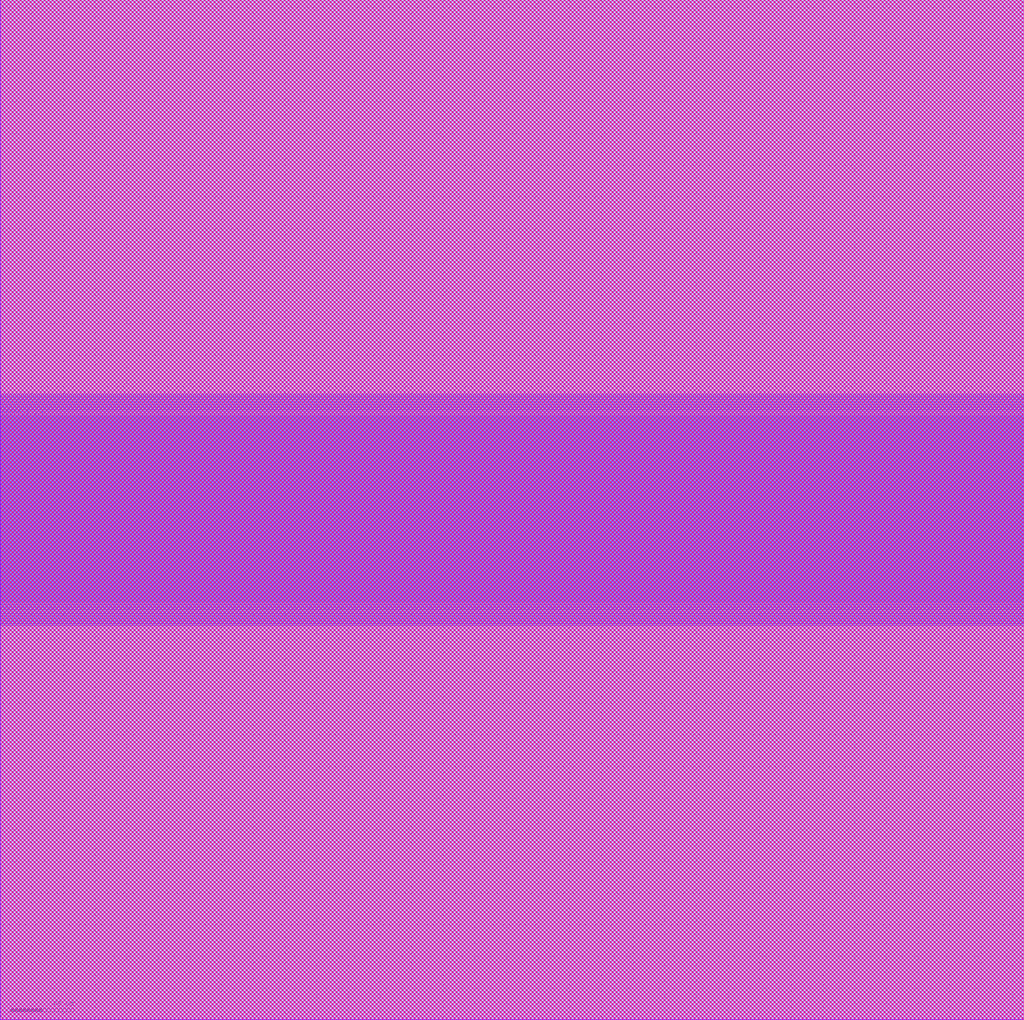
<source format=lef>
##
## LEF for PtnCells ;
## created by Innovus v19.17-s077_1 on Tue Mar 15 14:39:10 2022
##

VERSION 5.8 ;

BUSBITCHARS "[]" ;
DIVIDERCHAR "/" ;

MACRO core
  CLASS BLOCK ;
  SIZE 647.000000 BY 644.600000 ;
  FOREIGN core 0.000000 0.000000 ;
  ORIGIN 0 0 ;
  SYMMETRY X Y R90 ;
  PIN clk
    DIRECTION INPUT ;
    USE SIGNAL ;
    PORT
      LAYER M3 ;
        RECT 0.000000 263.750000 0.600000 263.850000 ;
    END
  END clk
  PIN sum_out[23]
    DIRECTION OUTPUT ;
    USE SIGNAL ;
    PORT
      LAYER M3 ;
        RECT 646.400000 249.150000 647.000000 249.250000 ;
    END
  END sum_out[23]
  PIN sum_out[22]
    DIRECTION OUTPUT ;
    USE SIGNAL ;
    PORT
      LAYER M3 ;
        RECT 646.400000 249.950000 647.000000 250.050000 ;
    END
  END sum_out[22]
  PIN sum_out[21]
    DIRECTION OUTPUT ;
    USE SIGNAL ;
    PORT
      LAYER M3 ;
        RECT 646.400000 250.750000 647.000000 250.850000 ;
    END
  END sum_out[21]
  PIN sum_out[20]
    DIRECTION OUTPUT ;
    USE SIGNAL ;
    PORT
      LAYER M3 ;
        RECT 646.400000 251.550000 647.000000 251.650000 ;
    END
  END sum_out[20]
  PIN sum_out[19]
    DIRECTION OUTPUT ;
    USE SIGNAL ;
    PORT
      LAYER M3 ;
        RECT 646.400000 252.350000 647.000000 252.450000 ;
    END
  END sum_out[19]
  PIN sum_out[18]
    DIRECTION OUTPUT ;
    USE SIGNAL ;
    PORT
      LAYER M3 ;
        RECT 646.400000 253.150000 647.000000 253.250000 ;
    END
  END sum_out[18]
  PIN sum_out[17]
    DIRECTION OUTPUT ;
    USE SIGNAL ;
    PORT
      LAYER M3 ;
        RECT 646.400000 253.950000 647.000000 254.050000 ;
    END
  END sum_out[17]
  PIN sum_out[16]
    DIRECTION OUTPUT ;
    USE SIGNAL ;
    PORT
      LAYER M3 ;
        RECT 646.400000 254.750000 647.000000 254.850000 ;
    END
  END sum_out[16]
  PIN sum_out[15]
    DIRECTION OUTPUT ;
    USE SIGNAL ;
    PORT
      LAYER M3 ;
        RECT 646.400000 255.550000 647.000000 255.650000 ;
    END
  END sum_out[15]
  PIN sum_out[14]
    DIRECTION OUTPUT ;
    USE SIGNAL ;
    PORT
      LAYER M3 ;
        RECT 646.400000 256.350000 647.000000 256.450000 ;
    END
  END sum_out[14]
  PIN sum_out[13]
    DIRECTION OUTPUT ;
    USE SIGNAL ;
    PORT
      LAYER M3 ;
        RECT 646.400000 257.150000 647.000000 257.250000 ;
    END
  END sum_out[13]
  PIN sum_out[12]
    DIRECTION OUTPUT ;
    USE SIGNAL ;
    PORT
      LAYER M3 ;
        RECT 646.400000 257.950000 647.000000 258.050000 ;
    END
  END sum_out[12]
  PIN sum_out[11]
    DIRECTION OUTPUT ;
    USE SIGNAL ;
    PORT
      LAYER M3 ;
        RECT 646.400000 258.750000 647.000000 258.850000 ;
    END
  END sum_out[11]
  PIN sum_out[10]
    DIRECTION OUTPUT ;
    USE SIGNAL ;
    PORT
      LAYER M3 ;
        RECT 646.400000 259.550000 647.000000 259.650000 ;
    END
  END sum_out[10]
  PIN sum_out[9]
    DIRECTION OUTPUT ;
    USE SIGNAL ;
    PORT
      LAYER M3 ;
        RECT 646.400000 260.350000 647.000000 260.450000 ;
    END
  END sum_out[9]
  PIN sum_out[8]
    DIRECTION OUTPUT ;
    USE SIGNAL ;
    PORT
      LAYER M3 ;
        RECT 646.400000 261.150000 647.000000 261.250000 ;
    END
  END sum_out[8]
  PIN sum_out[7]
    DIRECTION OUTPUT ;
    USE SIGNAL ;
    PORT
      LAYER M3 ;
        RECT 646.400000 261.950000 647.000000 262.050000 ;
    END
  END sum_out[7]
  PIN sum_out[6]
    DIRECTION OUTPUT ;
    USE SIGNAL ;
    PORT
      LAYER M3 ;
        RECT 646.400000 262.750000 647.000000 262.850000 ;
    END
  END sum_out[6]
  PIN sum_out[5]
    DIRECTION OUTPUT ;
    USE SIGNAL ;
    PORT
      LAYER M3 ;
        RECT 646.400000 263.550000 647.000000 263.650000 ;
    END
  END sum_out[5]
  PIN sum_out[4]
    DIRECTION OUTPUT ;
    USE SIGNAL ;
    PORT
      LAYER M3 ;
        RECT 646.400000 264.350000 647.000000 264.450000 ;
    END
  END sum_out[4]
  PIN sum_out[3]
    DIRECTION OUTPUT ;
    USE SIGNAL ;
    PORT
      LAYER M3 ;
        RECT 646.400000 265.150000 647.000000 265.250000 ;
    END
  END sum_out[3]
  PIN sum_out[2]
    DIRECTION OUTPUT ;
    USE SIGNAL ;
    PORT
      LAYER M3 ;
        RECT 646.400000 265.950000 647.000000 266.050000 ;
    END
  END sum_out[2]
  PIN sum_out[1]
    DIRECTION OUTPUT ;
    USE SIGNAL ;
    PORT
      LAYER M3 ;
        RECT 646.400000 266.750000 647.000000 266.850000 ;
    END
  END sum_out[1]
  PIN sum_out[0]
    DIRECTION OUTPUT ;
    USE SIGNAL ;
    PORT
      LAYER M3 ;
        RECT 646.400000 267.550000 647.000000 267.650000 ;
    END
  END sum_out[0]
  PIN mem_in[127]
    DIRECTION INPUT ;
    USE SIGNAL ;
    PORT
      LAYER M3 ;
        RECT 0.000000 379.750000 0.600000 379.850000 ;
    END
  END mem_in[127]
  PIN mem_in[126]
    DIRECTION INPUT ;
    USE SIGNAL ;
    PORT
      LAYER M3 ;
        RECT 0.000000 378.950000 0.600000 379.050000 ;
    END
  END mem_in[126]
  PIN mem_in[125]
    DIRECTION INPUT ;
    USE SIGNAL ;
    PORT
      LAYER M3 ;
        RECT 0.000000 378.150000 0.600000 378.250000 ;
    END
  END mem_in[125]
  PIN mem_in[124]
    DIRECTION INPUT ;
    USE SIGNAL ;
    PORT
      LAYER M3 ;
        RECT 0.000000 377.350000 0.600000 377.450000 ;
    END
  END mem_in[124]
  PIN mem_in[123]
    DIRECTION INPUT ;
    USE SIGNAL ;
    PORT
      LAYER M3 ;
        RECT 0.000000 376.550000 0.600000 376.650000 ;
    END
  END mem_in[123]
  PIN mem_in[122]
    DIRECTION INPUT ;
    USE SIGNAL ;
    PORT
      LAYER M3 ;
        RECT 0.000000 375.750000 0.600000 375.850000 ;
    END
  END mem_in[122]
  PIN mem_in[121]
    DIRECTION INPUT ;
    USE SIGNAL ;
    PORT
      LAYER M3 ;
        RECT 0.000000 374.950000 0.600000 375.050000 ;
    END
  END mem_in[121]
  PIN mem_in[120]
    DIRECTION INPUT ;
    USE SIGNAL ;
    PORT
      LAYER M3 ;
        RECT 0.000000 374.150000 0.600000 374.250000 ;
    END
  END mem_in[120]
  PIN mem_in[119]
    DIRECTION INPUT ;
    USE SIGNAL ;
    PORT
      LAYER M3 ;
        RECT 0.000000 373.350000 0.600000 373.450000 ;
    END
  END mem_in[119]
  PIN mem_in[118]
    DIRECTION INPUT ;
    USE SIGNAL ;
    PORT
      LAYER M3 ;
        RECT 0.000000 372.550000 0.600000 372.650000 ;
    END
  END mem_in[118]
  PIN mem_in[117]
    DIRECTION INPUT ;
    USE SIGNAL ;
    PORT
      LAYER M3 ;
        RECT 0.000000 371.750000 0.600000 371.850000 ;
    END
  END mem_in[117]
  PIN mem_in[116]
    DIRECTION INPUT ;
    USE SIGNAL ;
    PORT
      LAYER M3 ;
        RECT 0.000000 370.950000 0.600000 371.050000 ;
    END
  END mem_in[116]
  PIN mem_in[115]
    DIRECTION INPUT ;
    USE SIGNAL ;
    PORT
      LAYER M3 ;
        RECT 0.000000 370.150000 0.600000 370.250000 ;
    END
  END mem_in[115]
  PIN mem_in[114]
    DIRECTION INPUT ;
    USE SIGNAL ;
    PORT
      LAYER M3 ;
        RECT 0.000000 369.350000 0.600000 369.450000 ;
    END
  END mem_in[114]
  PIN mem_in[113]
    DIRECTION INPUT ;
    USE SIGNAL ;
    PORT
      LAYER M3 ;
        RECT 0.000000 368.550000 0.600000 368.650000 ;
    END
  END mem_in[113]
  PIN mem_in[112]
    DIRECTION INPUT ;
    USE SIGNAL ;
    PORT
      LAYER M3 ;
        RECT 0.000000 367.750000 0.600000 367.850000 ;
    END
  END mem_in[112]
  PIN mem_in[111]
    DIRECTION INPUT ;
    USE SIGNAL ;
    PORT
      LAYER M3 ;
        RECT 0.000000 366.950000 0.600000 367.050000 ;
    END
  END mem_in[111]
  PIN mem_in[110]
    DIRECTION INPUT ;
    USE SIGNAL ;
    PORT
      LAYER M3 ;
        RECT 0.000000 366.150000 0.600000 366.250000 ;
    END
  END mem_in[110]
  PIN mem_in[109]
    DIRECTION INPUT ;
    USE SIGNAL ;
    PORT
      LAYER M3 ;
        RECT 0.000000 365.350000 0.600000 365.450000 ;
    END
  END mem_in[109]
  PIN mem_in[108]
    DIRECTION INPUT ;
    USE SIGNAL ;
    PORT
      LAYER M3 ;
        RECT 0.000000 364.550000 0.600000 364.650000 ;
    END
  END mem_in[108]
  PIN mem_in[107]
    DIRECTION INPUT ;
    USE SIGNAL ;
    PORT
      LAYER M3 ;
        RECT 0.000000 363.750000 0.600000 363.850000 ;
    END
  END mem_in[107]
  PIN mem_in[106]
    DIRECTION INPUT ;
    USE SIGNAL ;
    PORT
      LAYER M3 ;
        RECT 0.000000 362.950000 0.600000 363.050000 ;
    END
  END mem_in[106]
  PIN mem_in[105]
    DIRECTION INPUT ;
    USE SIGNAL ;
    PORT
      LAYER M3 ;
        RECT 0.000000 362.150000 0.600000 362.250000 ;
    END
  END mem_in[105]
  PIN mem_in[104]
    DIRECTION INPUT ;
    USE SIGNAL ;
    PORT
      LAYER M3 ;
        RECT 0.000000 361.350000 0.600000 361.450000 ;
    END
  END mem_in[104]
  PIN mem_in[103]
    DIRECTION INPUT ;
    USE SIGNAL ;
    PORT
      LAYER M3 ;
        RECT 0.000000 360.550000 0.600000 360.650000 ;
    END
  END mem_in[103]
  PIN mem_in[102]
    DIRECTION INPUT ;
    USE SIGNAL ;
    PORT
      LAYER M3 ;
        RECT 0.000000 359.750000 0.600000 359.850000 ;
    END
  END mem_in[102]
  PIN mem_in[101]
    DIRECTION INPUT ;
    USE SIGNAL ;
    PORT
      LAYER M3 ;
        RECT 0.000000 358.950000 0.600000 359.050000 ;
    END
  END mem_in[101]
  PIN mem_in[100]
    DIRECTION INPUT ;
    USE SIGNAL ;
    PORT
      LAYER M3 ;
        RECT 0.000000 358.150000 0.600000 358.250000 ;
    END
  END mem_in[100]
  PIN mem_in[99]
    DIRECTION INPUT ;
    USE SIGNAL ;
    PORT
      LAYER M3 ;
        RECT 0.000000 357.350000 0.600000 357.450000 ;
    END
  END mem_in[99]
  PIN mem_in[98]
    DIRECTION INPUT ;
    USE SIGNAL ;
    PORT
      LAYER M3 ;
        RECT 0.000000 356.550000 0.600000 356.650000 ;
    END
  END mem_in[98]
  PIN mem_in[97]
    DIRECTION INPUT ;
    USE SIGNAL ;
    PORT
      LAYER M3 ;
        RECT 0.000000 355.750000 0.600000 355.850000 ;
    END
  END mem_in[97]
  PIN mem_in[96]
    DIRECTION INPUT ;
    USE SIGNAL ;
    PORT
      LAYER M3 ;
        RECT 0.000000 354.950000 0.600000 355.050000 ;
    END
  END mem_in[96]
  PIN mem_in[95]
    DIRECTION INPUT ;
    USE SIGNAL ;
    PORT
      LAYER M3 ;
        RECT 0.000000 354.150000 0.600000 354.250000 ;
    END
  END mem_in[95]
  PIN mem_in[94]
    DIRECTION INPUT ;
    USE SIGNAL ;
    PORT
      LAYER M3 ;
        RECT 0.000000 353.350000 0.600000 353.450000 ;
    END
  END mem_in[94]
  PIN mem_in[93]
    DIRECTION INPUT ;
    USE SIGNAL ;
    PORT
      LAYER M3 ;
        RECT 0.000000 352.550000 0.600000 352.650000 ;
    END
  END mem_in[93]
  PIN mem_in[92]
    DIRECTION INPUT ;
    USE SIGNAL ;
    PORT
      LAYER M3 ;
        RECT 0.000000 351.750000 0.600000 351.850000 ;
    END
  END mem_in[92]
  PIN mem_in[91]
    DIRECTION INPUT ;
    USE SIGNAL ;
    PORT
      LAYER M3 ;
        RECT 0.000000 350.950000 0.600000 351.050000 ;
    END
  END mem_in[91]
  PIN mem_in[90]
    DIRECTION INPUT ;
    USE SIGNAL ;
    PORT
      LAYER M3 ;
        RECT 0.000000 350.150000 0.600000 350.250000 ;
    END
  END mem_in[90]
  PIN mem_in[89]
    DIRECTION INPUT ;
    USE SIGNAL ;
    PORT
      LAYER M3 ;
        RECT 0.000000 349.350000 0.600000 349.450000 ;
    END
  END mem_in[89]
  PIN mem_in[88]
    DIRECTION INPUT ;
    USE SIGNAL ;
    PORT
      LAYER M3 ;
        RECT 0.000000 348.550000 0.600000 348.650000 ;
    END
  END mem_in[88]
  PIN mem_in[87]
    DIRECTION INPUT ;
    USE SIGNAL ;
    PORT
      LAYER M3 ;
        RECT 0.000000 347.750000 0.600000 347.850000 ;
    END
  END mem_in[87]
  PIN mem_in[86]
    DIRECTION INPUT ;
    USE SIGNAL ;
    PORT
      LAYER M3 ;
        RECT 0.000000 346.950000 0.600000 347.050000 ;
    END
  END mem_in[86]
  PIN mem_in[85]
    DIRECTION INPUT ;
    USE SIGNAL ;
    PORT
      LAYER M3 ;
        RECT 0.000000 346.150000 0.600000 346.250000 ;
    END
  END mem_in[85]
  PIN mem_in[84]
    DIRECTION INPUT ;
    USE SIGNAL ;
    PORT
      LAYER M3 ;
        RECT 0.000000 345.350000 0.600000 345.450000 ;
    END
  END mem_in[84]
  PIN mem_in[83]
    DIRECTION INPUT ;
    USE SIGNAL ;
    PORT
      LAYER M3 ;
        RECT 0.000000 344.550000 0.600000 344.650000 ;
    END
  END mem_in[83]
  PIN mem_in[82]
    DIRECTION INPUT ;
    USE SIGNAL ;
    PORT
      LAYER M3 ;
        RECT 0.000000 343.750000 0.600000 343.850000 ;
    END
  END mem_in[82]
  PIN mem_in[81]
    DIRECTION INPUT ;
    USE SIGNAL ;
    PORT
      LAYER M3 ;
        RECT 0.000000 342.950000 0.600000 343.050000 ;
    END
  END mem_in[81]
  PIN mem_in[80]
    DIRECTION INPUT ;
    USE SIGNAL ;
    PORT
      LAYER M3 ;
        RECT 0.000000 342.150000 0.600000 342.250000 ;
    END
  END mem_in[80]
  PIN mem_in[79]
    DIRECTION INPUT ;
    USE SIGNAL ;
    PORT
      LAYER M3 ;
        RECT 0.000000 341.350000 0.600000 341.450000 ;
    END
  END mem_in[79]
  PIN mem_in[78]
    DIRECTION INPUT ;
    USE SIGNAL ;
    PORT
      LAYER M3 ;
        RECT 0.000000 340.550000 0.600000 340.650000 ;
    END
  END mem_in[78]
  PIN mem_in[77]
    DIRECTION INPUT ;
    USE SIGNAL ;
    PORT
      LAYER M3 ;
        RECT 0.000000 339.750000 0.600000 339.850000 ;
    END
  END mem_in[77]
  PIN mem_in[76]
    DIRECTION INPUT ;
    USE SIGNAL ;
    PORT
      LAYER M3 ;
        RECT 0.000000 338.950000 0.600000 339.050000 ;
    END
  END mem_in[76]
  PIN mem_in[75]
    DIRECTION INPUT ;
    USE SIGNAL ;
    PORT
      LAYER M3 ;
        RECT 0.000000 338.150000 0.600000 338.250000 ;
    END
  END mem_in[75]
  PIN mem_in[74]
    DIRECTION INPUT ;
    USE SIGNAL ;
    PORT
      LAYER M3 ;
        RECT 0.000000 337.350000 0.600000 337.450000 ;
    END
  END mem_in[74]
  PIN mem_in[73]
    DIRECTION INPUT ;
    USE SIGNAL ;
    PORT
      LAYER M3 ;
        RECT 0.000000 336.550000 0.600000 336.650000 ;
    END
  END mem_in[73]
  PIN mem_in[72]
    DIRECTION INPUT ;
    USE SIGNAL ;
    PORT
      LAYER M3 ;
        RECT 0.000000 335.750000 0.600000 335.850000 ;
    END
  END mem_in[72]
  PIN mem_in[71]
    DIRECTION INPUT ;
    USE SIGNAL ;
    PORT
      LAYER M3 ;
        RECT 0.000000 334.950000 0.600000 335.050000 ;
    END
  END mem_in[71]
  PIN mem_in[70]
    DIRECTION INPUT ;
    USE SIGNAL ;
    PORT
      LAYER M3 ;
        RECT 0.000000 334.150000 0.600000 334.250000 ;
    END
  END mem_in[70]
  PIN mem_in[69]
    DIRECTION INPUT ;
    USE SIGNAL ;
    PORT
      LAYER M3 ;
        RECT 0.000000 333.350000 0.600000 333.450000 ;
    END
  END mem_in[69]
  PIN mem_in[68]
    DIRECTION INPUT ;
    USE SIGNAL ;
    PORT
      LAYER M3 ;
        RECT 0.000000 332.550000 0.600000 332.650000 ;
    END
  END mem_in[68]
  PIN mem_in[67]
    DIRECTION INPUT ;
    USE SIGNAL ;
    PORT
      LAYER M3 ;
        RECT 0.000000 331.750000 0.600000 331.850000 ;
    END
  END mem_in[67]
  PIN mem_in[66]
    DIRECTION INPUT ;
    USE SIGNAL ;
    PORT
      LAYER M3 ;
        RECT 0.000000 330.950000 0.600000 331.050000 ;
    END
  END mem_in[66]
  PIN mem_in[65]
    DIRECTION INPUT ;
    USE SIGNAL ;
    PORT
      LAYER M3 ;
        RECT 0.000000 330.150000 0.600000 330.250000 ;
    END
  END mem_in[65]
  PIN mem_in[64]
    DIRECTION INPUT ;
    USE SIGNAL ;
    PORT
      LAYER M3 ;
        RECT 0.000000 329.350000 0.600000 329.450000 ;
    END
  END mem_in[64]
  PIN mem_in[63]
    DIRECTION INPUT ;
    USE SIGNAL ;
    PORT
      LAYER M3 ;
        RECT 0.000000 328.550000 0.600000 328.650000 ;
    END
  END mem_in[63]
  PIN mem_in[62]
    DIRECTION INPUT ;
    USE SIGNAL ;
    PORT
      LAYER M3 ;
        RECT 0.000000 327.750000 0.600000 327.850000 ;
    END
  END mem_in[62]
  PIN mem_in[61]
    DIRECTION INPUT ;
    USE SIGNAL ;
    PORT
      LAYER M3 ;
        RECT 0.000000 326.950000 0.600000 327.050000 ;
    END
  END mem_in[61]
  PIN mem_in[60]
    DIRECTION INPUT ;
    USE SIGNAL ;
    PORT
      LAYER M3 ;
        RECT 0.000000 326.150000 0.600000 326.250000 ;
    END
  END mem_in[60]
  PIN mem_in[59]
    DIRECTION INPUT ;
    USE SIGNAL ;
    PORT
      LAYER M3 ;
        RECT 0.000000 325.350000 0.600000 325.450000 ;
    END
  END mem_in[59]
  PIN mem_in[58]
    DIRECTION INPUT ;
    USE SIGNAL ;
    PORT
      LAYER M3 ;
        RECT 0.000000 324.550000 0.600000 324.650000 ;
    END
  END mem_in[58]
  PIN mem_in[57]
    DIRECTION INPUT ;
    USE SIGNAL ;
    PORT
      LAYER M3 ;
        RECT 0.000000 323.750000 0.600000 323.850000 ;
    END
  END mem_in[57]
  PIN mem_in[56]
    DIRECTION INPUT ;
    USE SIGNAL ;
    PORT
      LAYER M3 ;
        RECT 0.000000 322.950000 0.600000 323.050000 ;
    END
  END mem_in[56]
  PIN mem_in[55]
    DIRECTION INPUT ;
    USE SIGNAL ;
    PORT
      LAYER M3 ;
        RECT 0.000000 322.150000 0.600000 322.250000 ;
    END
  END mem_in[55]
  PIN mem_in[54]
    DIRECTION INPUT ;
    USE SIGNAL ;
    PORT
      LAYER M3 ;
        RECT 0.000000 321.350000 0.600000 321.450000 ;
    END
  END mem_in[54]
  PIN mem_in[53]
    DIRECTION INPUT ;
    USE SIGNAL ;
    PORT
      LAYER M3 ;
        RECT 0.000000 320.550000 0.600000 320.650000 ;
    END
  END mem_in[53]
  PIN mem_in[52]
    DIRECTION INPUT ;
    USE SIGNAL ;
    PORT
      LAYER M3 ;
        RECT 0.000000 319.750000 0.600000 319.850000 ;
    END
  END mem_in[52]
  PIN mem_in[51]
    DIRECTION INPUT ;
    USE SIGNAL ;
    PORT
      LAYER M3 ;
        RECT 0.000000 318.950000 0.600000 319.050000 ;
    END
  END mem_in[51]
  PIN mem_in[50]
    DIRECTION INPUT ;
    USE SIGNAL ;
    PORT
      LAYER M3 ;
        RECT 0.000000 318.150000 0.600000 318.250000 ;
    END
  END mem_in[50]
  PIN mem_in[49]
    DIRECTION INPUT ;
    USE SIGNAL ;
    PORT
      LAYER M3 ;
        RECT 0.000000 317.350000 0.600000 317.450000 ;
    END
  END mem_in[49]
  PIN mem_in[48]
    DIRECTION INPUT ;
    USE SIGNAL ;
    PORT
      LAYER M3 ;
        RECT 0.000000 316.550000 0.600000 316.650000 ;
    END
  END mem_in[48]
  PIN mem_in[47]
    DIRECTION INPUT ;
    USE SIGNAL ;
    PORT
      LAYER M3 ;
        RECT 0.000000 315.750000 0.600000 315.850000 ;
    END
  END mem_in[47]
  PIN mem_in[46]
    DIRECTION INPUT ;
    USE SIGNAL ;
    PORT
      LAYER M3 ;
        RECT 0.000000 314.950000 0.600000 315.050000 ;
    END
  END mem_in[46]
  PIN mem_in[45]
    DIRECTION INPUT ;
    USE SIGNAL ;
    PORT
      LAYER M3 ;
        RECT 0.000000 314.150000 0.600000 314.250000 ;
    END
  END mem_in[45]
  PIN mem_in[44]
    DIRECTION INPUT ;
    USE SIGNAL ;
    PORT
      LAYER M3 ;
        RECT 0.000000 313.350000 0.600000 313.450000 ;
    END
  END mem_in[44]
  PIN mem_in[43]
    DIRECTION INPUT ;
    USE SIGNAL ;
    PORT
      LAYER M3 ;
        RECT 0.000000 312.550000 0.600000 312.650000 ;
    END
  END mem_in[43]
  PIN mem_in[42]
    DIRECTION INPUT ;
    USE SIGNAL ;
    PORT
      LAYER M3 ;
        RECT 0.000000 311.750000 0.600000 311.850000 ;
    END
  END mem_in[42]
  PIN mem_in[41]
    DIRECTION INPUT ;
    USE SIGNAL ;
    PORT
      LAYER M3 ;
        RECT 0.000000 310.950000 0.600000 311.050000 ;
    END
  END mem_in[41]
  PIN mem_in[40]
    DIRECTION INPUT ;
    USE SIGNAL ;
    PORT
      LAYER M3 ;
        RECT 0.000000 310.150000 0.600000 310.250000 ;
    END
  END mem_in[40]
  PIN mem_in[39]
    DIRECTION INPUT ;
    USE SIGNAL ;
    PORT
      LAYER M3 ;
        RECT 0.000000 309.350000 0.600000 309.450000 ;
    END
  END mem_in[39]
  PIN mem_in[38]
    DIRECTION INPUT ;
    USE SIGNAL ;
    PORT
      LAYER M3 ;
        RECT 0.000000 308.550000 0.600000 308.650000 ;
    END
  END mem_in[38]
  PIN mem_in[37]
    DIRECTION INPUT ;
    USE SIGNAL ;
    PORT
      LAYER M3 ;
        RECT 0.000000 307.750000 0.600000 307.850000 ;
    END
  END mem_in[37]
  PIN mem_in[36]
    DIRECTION INPUT ;
    USE SIGNAL ;
    PORT
      LAYER M3 ;
        RECT 0.000000 306.950000 0.600000 307.050000 ;
    END
  END mem_in[36]
  PIN mem_in[35]
    DIRECTION INPUT ;
    USE SIGNAL ;
    PORT
      LAYER M3 ;
        RECT 0.000000 306.150000 0.600000 306.250000 ;
    END
  END mem_in[35]
  PIN mem_in[34]
    DIRECTION INPUT ;
    USE SIGNAL ;
    PORT
      LAYER M3 ;
        RECT 0.000000 305.350000 0.600000 305.450000 ;
    END
  END mem_in[34]
  PIN mem_in[33]
    DIRECTION INPUT ;
    USE SIGNAL ;
    PORT
      LAYER M3 ;
        RECT 0.000000 304.550000 0.600000 304.650000 ;
    END
  END mem_in[33]
  PIN mem_in[32]
    DIRECTION INPUT ;
    USE SIGNAL ;
    PORT
      LAYER M3 ;
        RECT 0.000000 303.750000 0.600000 303.850000 ;
    END
  END mem_in[32]
  PIN mem_in[31]
    DIRECTION INPUT ;
    USE SIGNAL ;
    PORT
      LAYER M3 ;
        RECT 0.000000 302.950000 0.600000 303.050000 ;
    END
  END mem_in[31]
  PIN mem_in[30]
    DIRECTION INPUT ;
    USE SIGNAL ;
    PORT
      LAYER M3 ;
        RECT 0.000000 302.150000 0.600000 302.250000 ;
    END
  END mem_in[30]
  PIN mem_in[29]
    DIRECTION INPUT ;
    USE SIGNAL ;
    PORT
      LAYER M3 ;
        RECT 0.000000 301.350000 0.600000 301.450000 ;
    END
  END mem_in[29]
  PIN mem_in[28]
    DIRECTION INPUT ;
    USE SIGNAL ;
    PORT
      LAYER M3 ;
        RECT 0.000000 300.550000 0.600000 300.650000 ;
    END
  END mem_in[28]
  PIN mem_in[27]
    DIRECTION INPUT ;
    USE SIGNAL ;
    PORT
      LAYER M3 ;
        RECT 0.000000 299.750000 0.600000 299.850000 ;
    END
  END mem_in[27]
  PIN mem_in[26]
    DIRECTION INPUT ;
    USE SIGNAL ;
    PORT
      LAYER M3 ;
        RECT 0.000000 298.950000 0.600000 299.050000 ;
    END
  END mem_in[26]
  PIN mem_in[25]
    DIRECTION INPUT ;
    USE SIGNAL ;
    PORT
      LAYER M3 ;
        RECT 0.000000 298.150000 0.600000 298.250000 ;
    END
  END mem_in[25]
  PIN mem_in[24]
    DIRECTION INPUT ;
    USE SIGNAL ;
    PORT
      LAYER M3 ;
        RECT 0.000000 297.350000 0.600000 297.450000 ;
    END
  END mem_in[24]
  PIN mem_in[23]
    DIRECTION INPUT ;
    USE SIGNAL ;
    PORT
      LAYER M3 ;
        RECT 0.000000 296.550000 0.600000 296.650000 ;
    END
  END mem_in[23]
  PIN mem_in[22]
    DIRECTION INPUT ;
    USE SIGNAL ;
    PORT
      LAYER M3 ;
        RECT 0.000000 295.750000 0.600000 295.850000 ;
    END
  END mem_in[22]
  PIN mem_in[21]
    DIRECTION INPUT ;
    USE SIGNAL ;
    PORT
      LAYER M3 ;
        RECT 0.000000 294.950000 0.600000 295.050000 ;
    END
  END mem_in[21]
  PIN mem_in[20]
    DIRECTION INPUT ;
    USE SIGNAL ;
    PORT
      LAYER M3 ;
        RECT 0.000000 294.150000 0.600000 294.250000 ;
    END
  END mem_in[20]
  PIN mem_in[19]
    DIRECTION INPUT ;
    USE SIGNAL ;
    PORT
      LAYER M3 ;
        RECT 0.000000 293.350000 0.600000 293.450000 ;
    END
  END mem_in[19]
  PIN mem_in[18]
    DIRECTION INPUT ;
    USE SIGNAL ;
    PORT
      LAYER M3 ;
        RECT 0.000000 292.550000 0.600000 292.650000 ;
    END
  END mem_in[18]
  PIN mem_in[17]
    DIRECTION INPUT ;
    USE SIGNAL ;
    PORT
      LAYER M3 ;
        RECT 0.000000 291.750000 0.600000 291.850000 ;
    END
  END mem_in[17]
  PIN mem_in[16]
    DIRECTION INPUT ;
    USE SIGNAL ;
    PORT
      LAYER M3 ;
        RECT 0.000000 290.950000 0.600000 291.050000 ;
    END
  END mem_in[16]
  PIN mem_in[15]
    DIRECTION INPUT ;
    USE SIGNAL ;
    PORT
      LAYER M3 ;
        RECT 0.000000 290.150000 0.600000 290.250000 ;
    END
  END mem_in[15]
  PIN mem_in[14]
    DIRECTION INPUT ;
    USE SIGNAL ;
    PORT
      LAYER M3 ;
        RECT 0.000000 289.350000 0.600000 289.450000 ;
    END
  END mem_in[14]
  PIN mem_in[13]
    DIRECTION INPUT ;
    USE SIGNAL ;
    PORT
      LAYER M3 ;
        RECT 0.000000 288.550000 0.600000 288.650000 ;
    END
  END mem_in[13]
  PIN mem_in[12]
    DIRECTION INPUT ;
    USE SIGNAL ;
    PORT
      LAYER M3 ;
        RECT 0.000000 287.750000 0.600000 287.850000 ;
    END
  END mem_in[12]
  PIN mem_in[11]
    DIRECTION INPUT ;
    USE SIGNAL ;
    PORT
      LAYER M3 ;
        RECT 0.000000 286.950000 0.600000 287.050000 ;
    END
  END mem_in[11]
  PIN mem_in[10]
    DIRECTION INPUT ;
    USE SIGNAL ;
    PORT
      LAYER M3 ;
        RECT 0.000000 286.150000 0.600000 286.250000 ;
    END
  END mem_in[10]
  PIN mem_in[9]
    DIRECTION INPUT ;
    USE SIGNAL ;
    PORT
      LAYER M3 ;
        RECT 0.000000 285.350000 0.600000 285.450000 ;
    END
  END mem_in[9]
  PIN mem_in[8]
    DIRECTION INPUT ;
    USE SIGNAL ;
    PORT
      LAYER M3 ;
        RECT 0.000000 284.550000 0.600000 284.650000 ;
    END
  END mem_in[8]
  PIN mem_in[7]
    DIRECTION INPUT ;
    USE SIGNAL ;
    PORT
      LAYER M3 ;
        RECT 0.000000 283.750000 0.600000 283.850000 ;
    END
  END mem_in[7]
  PIN mem_in[6]
    DIRECTION INPUT ;
    USE SIGNAL ;
    PORT
      LAYER M3 ;
        RECT 0.000000 282.950000 0.600000 283.050000 ;
    END
  END mem_in[6]
  PIN mem_in[5]
    DIRECTION INPUT ;
    USE SIGNAL ;
    PORT
      LAYER M3 ;
        RECT 0.000000 282.150000 0.600000 282.250000 ;
    END
  END mem_in[5]
  PIN mem_in[4]
    DIRECTION INPUT ;
    USE SIGNAL ;
    PORT
      LAYER M3 ;
        RECT 0.000000 281.350000 0.600000 281.450000 ;
    END
  END mem_in[4]
  PIN mem_in[3]
    DIRECTION INPUT ;
    USE SIGNAL ;
    PORT
      LAYER M3 ;
        RECT 0.000000 280.550000 0.600000 280.650000 ;
    END
  END mem_in[3]
  PIN mem_in[2]
    DIRECTION INPUT ;
    USE SIGNAL ;
    PORT
      LAYER M3 ;
        RECT 0.000000 279.750000 0.600000 279.850000 ;
    END
  END mem_in[2]
  PIN mem_in[1]
    DIRECTION INPUT ;
    USE SIGNAL ;
    PORT
      LAYER M3 ;
        RECT 0.000000 278.950000 0.600000 279.050000 ;
    END
  END mem_in[1]
  PIN mem_in[0]
    DIRECTION INPUT ;
    USE SIGNAL ;
    PORT
      LAYER M3 ;
        RECT 0.000000 278.150000 0.600000 278.250000 ;
    END
  END mem_in[0]
  PIN out[159]
    DIRECTION OUTPUT ;
    USE SIGNAL ;
    PORT
      LAYER M3 ;
        RECT 646.400000 268.350000 647.000000 268.450000 ;
    END
  END out[159]
  PIN out[158]
    DIRECTION OUTPUT ;
    USE SIGNAL ;
    PORT
      LAYER M3 ;
        RECT 646.400000 269.150000 647.000000 269.250000 ;
    END
  END out[158]
  PIN out[157]
    DIRECTION OUTPUT ;
    USE SIGNAL ;
    PORT
      LAYER M3 ;
        RECT 646.400000 269.950000 647.000000 270.050000 ;
    END
  END out[157]
  PIN out[156]
    DIRECTION OUTPUT ;
    USE SIGNAL ;
    PORT
      LAYER M3 ;
        RECT 646.400000 270.750000 647.000000 270.850000 ;
    END
  END out[156]
  PIN out[155]
    DIRECTION OUTPUT ;
    USE SIGNAL ;
    PORT
      LAYER M3 ;
        RECT 646.400000 271.550000 647.000000 271.650000 ;
    END
  END out[155]
  PIN out[154]
    DIRECTION OUTPUT ;
    USE SIGNAL ;
    PORT
      LAYER M3 ;
        RECT 646.400000 272.350000 647.000000 272.450000 ;
    END
  END out[154]
  PIN out[153]
    DIRECTION OUTPUT ;
    USE SIGNAL ;
    PORT
      LAYER M3 ;
        RECT 646.400000 273.150000 647.000000 273.250000 ;
    END
  END out[153]
  PIN out[152]
    DIRECTION OUTPUT ;
    USE SIGNAL ;
    PORT
      LAYER M3 ;
        RECT 646.400000 273.950000 647.000000 274.050000 ;
    END
  END out[152]
  PIN out[151]
    DIRECTION OUTPUT ;
    USE SIGNAL ;
    PORT
      LAYER M3 ;
        RECT 646.400000 274.750000 647.000000 274.850000 ;
    END
  END out[151]
  PIN out[150]
    DIRECTION OUTPUT ;
    USE SIGNAL ;
    PORT
      LAYER M3 ;
        RECT 646.400000 275.550000 647.000000 275.650000 ;
    END
  END out[150]
  PIN out[149]
    DIRECTION OUTPUT ;
    USE SIGNAL ;
    PORT
      LAYER M3 ;
        RECT 646.400000 276.350000 647.000000 276.450000 ;
    END
  END out[149]
  PIN out[148]
    DIRECTION OUTPUT ;
    USE SIGNAL ;
    PORT
      LAYER M3 ;
        RECT 646.400000 277.150000 647.000000 277.250000 ;
    END
  END out[148]
  PIN out[147]
    DIRECTION OUTPUT ;
    USE SIGNAL ;
    PORT
      LAYER M3 ;
        RECT 646.400000 277.950000 647.000000 278.050000 ;
    END
  END out[147]
  PIN out[146]
    DIRECTION OUTPUT ;
    USE SIGNAL ;
    PORT
      LAYER M3 ;
        RECT 646.400000 278.750000 647.000000 278.850000 ;
    END
  END out[146]
  PIN out[145]
    DIRECTION OUTPUT ;
    USE SIGNAL ;
    PORT
      LAYER M3 ;
        RECT 646.400000 279.550000 647.000000 279.650000 ;
    END
  END out[145]
  PIN out[144]
    DIRECTION OUTPUT ;
    USE SIGNAL ;
    PORT
      LAYER M3 ;
        RECT 646.400000 280.350000 647.000000 280.450000 ;
    END
  END out[144]
  PIN out[143]
    DIRECTION OUTPUT ;
    USE SIGNAL ;
    PORT
      LAYER M3 ;
        RECT 646.400000 281.150000 647.000000 281.250000 ;
    END
  END out[143]
  PIN out[142]
    DIRECTION OUTPUT ;
    USE SIGNAL ;
    PORT
      LAYER M3 ;
        RECT 646.400000 281.950000 647.000000 282.050000 ;
    END
  END out[142]
  PIN out[141]
    DIRECTION OUTPUT ;
    USE SIGNAL ;
    PORT
      LAYER M3 ;
        RECT 646.400000 282.750000 647.000000 282.850000 ;
    END
  END out[141]
  PIN out[140]
    DIRECTION OUTPUT ;
    USE SIGNAL ;
    PORT
      LAYER M3 ;
        RECT 646.400000 283.550000 647.000000 283.650000 ;
    END
  END out[140]
  PIN out[139]
    DIRECTION OUTPUT ;
    USE SIGNAL ;
    PORT
      LAYER M3 ;
        RECT 646.400000 284.350000 647.000000 284.450000 ;
    END
  END out[139]
  PIN out[138]
    DIRECTION OUTPUT ;
    USE SIGNAL ;
    PORT
      LAYER M3 ;
        RECT 646.400000 285.150000 647.000000 285.250000 ;
    END
  END out[138]
  PIN out[137]
    DIRECTION OUTPUT ;
    USE SIGNAL ;
    PORT
      LAYER M3 ;
        RECT 646.400000 285.950000 647.000000 286.050000 ;
    END
  END out[137]
  PIN out[136]
    DIRECTION OUTPUT ;
    USE SIGNAL ;
    PORT
      LAYER M3 ;
        RECT 646.400000 286.750000 647.000000 286.850000 ;
    END
  END out[136]
  PIN out[135]
    DIRECTION OUTPUT ;
    USE SIGNAL ;
    PORT
      LAYER M3 ;
        RECT 646.400000 287.550000 647.000000 287.650000 ;
    END
  END out[135]
  PIN out[134]
    DIRECTION OUTPUT ;
    USE SIGNAL ;
    PORT
      LAYER M3 ;
        RECT 646.400000 288.350000 647.000000 288.450000 ;
    END
  END out[134]
  PIN out[133]
    DIRECTION OUTPUT ;
    USE SIGNAL ;
    PORT
      LAYER M3 ;
        RECT 646.400000 289.150000 647.000000 289.250000 ;
    END
  END out[133]
  PIN out[132]
    DIRECTION OUTPUT ;
    USE SIGNAL ;
    PORT
      LAYER M3 ;
        RECT 646.400000 289.950000 647.000000 290.050000 ;
    END
  END out[132]
  PIN out[131]
    DIRECTION OUTPUT ;
    USE SIGNAL ;
    PORT
      LAYER M3 ;
        RECT 646.400000 290.750000 647.000000 290.850000 ;
    END
  END out[131]
  PIN out[130]
    DIRECTION OUTPUT ;
    USE SIGNAL ;
    PORT
      LAYER M3 ;
        RECT 646.400000 291.550000 647.000000 291.650000 ;
    END
  END out[130]
  PIN out[129]
    DIRECTION OUTPUT ;
    USE SIGNAL ;
    PORT
      LAYER M3 ;
        RECT 646.400000 292.350000 647.000000 292.450000 ;
    END
  END out[129]
  PIN out[128]
    DIRECTION OUTPUT ;
    USE SIGNAL ;
    PORT
      LAYER M3 ;
        RECT 646.400000 293.150000 647.000000 293.250000 ;
    END
  END out[128]
  PIN out[127]
    DIRECTION OUTPUT ;
    USE SIGNAL ;
    PORT
      LAYER M3 ;
        RECT 646.400000 293.950000 647.000000 294.050000 ;
    END
  END out[127]
  PIN out[126]
    DIRECTION OUTPUT ;
    USE SIGNAL ;
    PORT
      LAYER M3 ;
        RECT 646.400000 294.750000 647.000000 294.850000 ;
    END
  END out[126]
  PIN out[125]
    DIRECTION OUTPUT ;
    USE SIGNAL ;
    PORT
      LAYER M3 ;
        RECT 646.400000 295.550000 647.000000 295.650000 ;
    END
  END out[125]
  PIN out[124]
    DIRECTION OUTPUT ;
    USE SIGNAL ;
    PORT
      LAYER M3 ;
        RECT 646.400000 296.350000 647.000000 296.450000 ;
    END
  END out[124]
  PIN out[123]
    DIRECTION OUTPUT ;
    USE SIGNAL ;
    PORT
      LAYER M3 ;
        RECT 646.400000 297.150000 647.000000 297.250000 ;
    END
  END out[123]
  PIN out[122]
    DIRECTION OUTPUT ;
    USE SIGNAL ;
    PORT
      LAYER M3 ;
        RECT 646.400000 297.950000 647.000000 298.050000 ;
    END
  END out[122]
  PIN out[121]
    DIRECTION OUTPUT ;
    USE SIGNAL ;
    PORT
      LAYER M3 ;
        RECT 646.400000 298.750000 647.000000 298.850000 ;
    END
  END out[121]
  PIN out[120]
    DIRECTION OUTPUT ;
    USE SIGNAL ;
    PORT
      LAYER M3 ;
        RECT 646.400000 299.550000 647.000000 299.650000 ;
    END
  END out[120]
  PIN out[119]
    DIRECTION OUTPUT ;
    USE SIGNAL ;
    PORT
      LAYER M3 ;
        RECT 646.400000 300.350000 647.000000 300.450000 ;
    END
  END out[119]
  PIN out[118]
    DIRECTION OUTPUT ;
    USE SIGNAL ;
    PORT
      LAYER M3 ;
        RECT 646.400000 301.150000 647.000000 301.250000 ;
    END
  END out[118]
  PIN out[117]
    DIRECTION OUTPUT ;
    USE SIGNAL ;
    PORT
      LAYER M3 ;
        RECT 646.400000 301.950000 647.000000 302.050000 ;
    END
  END out[117]
  PIN out[116]
    DIRECTION OUTPUT ;
    USE SIGNAL ;
    PORT
      LAYER M3 ;
        RECT 646.400000 302.750000 647.000000 302.850000 ;
    END
  END out[116]
  PIN out[115]
    DIRECTION OUTPUT ;
    USE SIGNAL ;
    PORT
      LAYER M3 ;
        RECT 646.400000 303.550000 647.000000 303.650000 ;
    END
  END out[115]
  PIN out[114]
    DIRECTION OUTPUT ;
    USE SIGNAL ;
    PORT
      LAYER M3 ;
        RECT 646.400000 304.350000 647.000000 304.450000 ;
    END
  END out[114]
  PIN out[113]
    DIRECTION OUTPUT ;
    USE SIGNAL ;
    PORT
      LAYER M3 ;
        RECT 646.400000 305.150000 647.000000 305.250000 ;
    END
  END out[113]
  PIN out[112]
    DIRECTION OUTPUT ;
    USE SIGNAL ;
    PORT
      LAYER M3 ;
        RECT 646.400000 305.950000 647.000000 306.050000 ;
    END
  END out[112]
  PIN out[111]
    DIRECTION OUTPUT ;
    USE SIGNAL ;
    PORT
      LAYER M3 ;
        RECT 646.400000 306.750000 647.000000 306.850000 ;
    END
  END out[111]
  PIN out[110]
    DIRECTION OUTPUT ;
    USE SIGNAL ;
    PORT
      LAYER M3 ;
        RECT 646.400000 307.550000 647.000000 307.650000 ;
    END
  END out[110]
  PIN out[109]
    DIRECTION OUTPUT ;
    USE SIGNAL ;
    PORT
      LAYER M3 ;
        RECT 646.400000 308.350000 647.000000 308.450000 ;
    END
  END out[109]
  PIN out[108]
    DIRECTION OUTPUT ;
    USE SIGNAL ;
    PORT
      LAYER M3 ;
        RECT 646.400000 309.150000 647.000000 309.250000 ;
    END
  END out[108]
  PIN out[107]
    DIRECTION OUTPUT ;
    USE SIGNAL ;
    PORT
      LAYER M3 ;
        RECT 646.400000 309.950000 647.000000 310.050000 ;
    END
  END out[107]
  PIN out[106]
    DIRECTION OUTPUT ;
    USE SIGNAL ;
    PORT
      LAYER M3 ;
        RECT 646.400000 310.750000 647.000000 310.850000 ;
    END
  END out[106]
  PIN out[105]
    DIRECTION OUTPUT ;
    USE SIGNAL ;
    PORT
      LAYER M3 ;
        RECT 646.400000 311.550000 647.000000 311.650000 ;
    END
  END out[105]
  PIN out[104]
    DIRECTION OUTPUT ;
    USE SIGNAL ;
    PORT
      LAYER M3 ;
        RECT 646.400000 312.350000 647.000000 312.450000 ;
    END
  END out[104]
  PIN out[103]
    DIRECTION OUTPUT ;
    USE SIGNAL ;
    PORT
      LAYER M3 ;
        RECT 646.400000 313.150000 647.000000 313.250000 ;
    END
  END out[103]
  PIN out[102]
    DIRECTION OUTPUT ;
    USE SIGNAL ;
    PORT
      LAYER M3 ;
        RECT 646.400000 313.950000 647.000000 314.050000 ;
    END
  END out[102]
  PIN out[101]
    DIRECTION OUTPUT ;
    USE SIGNAL ;
    PORT
      LAYER M3 ;
        RECT 646.400000 314.750000 647.000000 314.850000 ;
    END
  END out[101]
  PIN out[100]
    DIRECTION OUTPUT ;
    USE SIGNAL ;
    PORT
      LAYER M3 ;
        RECT 646.400000 315.550000 647.000000 315.650000 ;
    END
  END out[100]
  PIN out[99]
    DIRECTION OUTPUT ;
    USE SIGNAL ;
    PORT
      LAYER M3 ;
        RECT 646.400000 316.350000 647.000000 316.450000 ;
    END
  END out[99]
  PIN out[98]
    DIRECTION OUTPUT ;
    USE SIGNAL ;
    PORT
      LAYER M3 ;
        RECT 646.400000 317.150000 647.000000 317.250000 ;
    END
  END out[98]
  PIN out[97]
    DIRECTION OUTPUT ;
    USE SIGNAL ;
    PORT
      LAYER M3 ;
        RECT 646.400000 317.950000 647.000000 318.050000 ;
    END
  END out[97]
  PIN out[96]
    DIRECTION OUTPUT ;
    USE SIGNAL ;
    PORT
      LAYER M3 ;
        RECT 646.400000 318.750000 647.000000 318.850000 ;
    END
  END out[96]
  PIN out[95]
    DIRECTION OUTPUT ;
    USE SIGNAL ;
    PORT
      LAYER M3 ;
        RECT 646.400000 319.550000 647.000000 319.650000 ;
    END
  END out[95]
  PIN out[94]
    DIRECTION OUTPUT ;
    USE SIGNAL ;
    PORT
      LAYER M3 ;
        RECT 646.400000 320.350000 647.000000 320.450000 ;
    END
  END out[94]
  PIN out[93]
    DIRECTION OUTPUT ;
    USE SIGNAL ;
    PORT
      LAYER M3 ;
        RECT 646.400000 321.150000 647.000000 321.250000 ;
    END
  END out[93]
  PIN out[92]
    DIRECTION OUTPUT ;
    USE SIGNAL ;
    PORT
      LAYER M3 ;
        RECT 646.400000 321.950000 647.000000 322.050000 ;
    END
  END out[92]
  PIN out[91]
    DIRECTION OUTPUT ;
    USE SIGNAL ;
    PORT
      LAYER M3 ;
        RECT 646.400000 322.750000 647.000000 322.850000 ;
    END
  END out[91]
  PIN out[90]
    DIRECTION OUTPUT ;
    USE SIGNAL ;
    PORT
      LAYER M3 ;
        RECT 646.400000 323.550000 647.000000 323.650000 ;
    END
  END out[90]
  PIN out[89]
    DIRECTION OUTPUT ;
    USE SIGNAL ;
    PORT
      LAYER M3 ;
        RECT 646.400000 324.350000 647.000000 324.450000 ;
    END
  END out[89]
  PIN out[88]
    DIRECTION OUTPUT ;
    USE SIGNAL ;
    PORT
      LAYER M3 ;
        RECT 646.400000 325.150000 647.000000 325.250000 ;
    END
  END out[88]
  PIN out[87]
    DIRECTION OUTPUT ;
    USE SIGNAL ;
    PORT
      LAYER M3 ;
        RECT 646.400000 325.950000 647.000000 326.050000 ;
    END
  END out[87]
  PIN out[86]
    DIRECTION OUTPUT ;
    USE SIGNAL ;
    PORT
      LAYER M3 ;
        RECT 646.400000 326.750000 647.000000 326.850000 ;
    END
  END out[86]
  PIN out[85]
    DIRECTION OUTPUT ;
    USE SIGNAL ;
    PORT
      LAYER M3 ;
        RECT 646.400000 327.550000 647.000000 327.650000 ;
    END
  END out[85]
  PIN out[84]
    DIRECTION OUTPUT ;
    USE SIGNAL ;
    PORT
      LAYER M3 ;
        RECT 646.400000 328.350000 647.000000 328.450000 ;
    END
  END out[84]
  PIN out[83]
    DIRECTION OUTPUT ;
    USE SIGNAL ;
    PORT
      LAYER M3 ;
        RECT 646.400000 329.150000 647.000000 329.250000 ;
    END
  END out[83]
  PIN out[82]
    DIRECTION OUTPUT ;
    USE SIGNAL ;
    PORT
      LAYER M3 ;
        RECT 646.400000 329.950000 647.000000 330.050000 ;
    END
  END out[82]
  PIN out[81]
    DIRECTION OUTPUT ;
    USE SIGNAL ;
    PORT
      LAYER M3 ;
        RECT 646.400000 330.750000 647.000000 330.850000 ;
    END
  END out[81]
  PIN out[80]
    DIRECTION OUTPUT ;
    USE SIGNAL ;
    PORT
      LAYER M3 ;
        RECT 646.400000 331.550000 647.000000 331.650000 ;
    END
  END out[80]
  PIN out[79]
    DIRECTION OUTPUT ;
    USE SIGNAL ;
    PORT
      LAYER M3 ;
        RECT 646.400000 332.350000 647.000000 332.450000 ;
    END
  END out[79]
  PIN out[78]
    DIRECTION OUTPUT ;
    USE SIGNAL ;
    PORT
      LAYER M3 ;
        RECT 646.400000 333.150000 647.000000 333.250000 ;
    END
  END out[78]
  PIN out[77]
    DIRECTION OUTPUT ;
    USE SIGNAL ;
    PORT
      LAYER M3 ;
        RECT 646.400000 333.950000 647.000000 334.050000 ;
    END
  END out[77]
  PIN out[76]
    DIRECTION OUTPUT ;
    USE SIGNAL ;
    PORT
      LAYER M3 ;
        RECT 646.400000 334.750000 647.000000 334.850000 ;
    END
  END out[76]
  PIN out[75]
    DIRECTION OUTPUT ;
    USE SIGNAL ;
    PORT
      LAYER M3 ;
        RECT 646.400000 335.550000 647.000000 335.650000 ;
    END
  END out[75]
  PIN out[74]
    DIRECTION OUTPUT ;
    USE SIGNAL ;
    PORT
      LAYER M3 ;
        RECT 646.400000 336.350000 647.000000 336.450000 ;
    END
  END out[74]
  PIN out[73]
    DIRECTION OUTPUT ;
    USE SIGNAL ;
    PORT
      LAYER M3 ;
        RECT 646.400000 337.150000 647.000000 337.250000 ;
    END
  END out[73]
  PIN out[72]
    DIRECTION OUTPUT ;
    USE SIGNAL ;
    PORT
      LAYER M3 ;
        RECT 646.400000 337.950000 647.000000 338.050000 ;
    END
  END out[72]
  PIN out[71]
    DIRECTION OUTPUT ;
    USE SIGNAL ;
    PORT
      LAYER M3 ;
        RECT 646.400000 338.750000 647.000000 338.850000 ;
    END
  END out[71]
  PIN out[70]
    DIRECTION OUTPUT ;
    USE SIGNAL ;
    PORT
      LAYER M3 ;
        RECT 646.400000 339.550000 647.000000 339.650000 ;
    END
  END out[70]
  PIN out[69]
    DIRECTION OUTPUT ;
    USE SIGNAL ;
    PORT
      LAYER M3 ;
        RECT 646.400000 340.350000 647.000000 340.450000 ;
    END
  END out[69]
  PIN out[68]
    DIRECTION OUTPUT ;
    USE SIGNAL ;
    PORT
      LAYER M3 ;
        RECT 646.400000 341.150000 647.000000 341.250000 ;
    END
  END out[68]
  PIN out[67]
    DIRECTION OUTPUT ;
    USE SIGNAL ;
    PORT
      LAYER M3 ;
        RECT 646.400000 341.950000 647.000000 342.050000 ;
    END
  END out[67]
  PIN out[66]
    DIRECTION OUTPUT ;
    USE SIGNAL ;
    PORT
      LAYER M3 ;
        RECT 646.400000 342.750000 647.000000 342.850000 ;
    END
  END out[66]
  PIN out[65]
    DIRECTION OUTPUT ;
    USE SIGNAL ;
    PORT
      LAYER M3 ;
        RECT 646.400000 343.550000 647.000000 343.650000 ;
    END
  END out[65]
  PIN out[64]
    DIRECTION OUTPUT ;
    USE SIGNAL ;
    PORT
      LAYER M3 ;
        RECT 646.400000 344.350000 647.000000 344.450000 ;
    END
  END out[64]
  PIN out[63]
    DIRECTION OUTPUT ;
    USE SIGNAL ;
    PORT
      LAYER M3 ;
        RECT 646.400000 345.150000 647.000000 345.250000 ;
    END
  END out[63]
  PIN out[62]
    DIRECTION OUTPUT ;
    USE SIGNAL ;
    PORT
      LAYER M3 ;
        RECT 646.400000 345.950000 647.000000 346.050000 ;
    END
  END out[62]
  PIN out[61]
    DIRECTION OUTPUT ;
    USE SIGNAL ;
    PORT
      LAYER M3 ;
        RECT 646.400000 346.750000 647.000000 346.850000 ;
    END
  END out[61]
  PIN out[60]
    DIRECTION OUTPUT ;
    USE SIGNAL ;
    PORT
      LAYER M3 ;
        RECT 646.400000 347.550000 647.000000 347.650000 ;
    END
  END out[60]
  PIN out[59]
    DIRECTION OUTPUT ;
    USE SIGNAL ;
    PORT
      LAYER M3 ;
        RECT 646.400000 348.350000 647.000000 348.450000 ;
    END
  END out[59]
  PIN out[58]
    DIRECTION OUTPUT ;
    USE SIGNAL ;
    PORT
      LAYER M3 ;
        RECT 646.400000 349.150000 647.000000 349.250000 ;
    END
  END out[58]
  PIN out[57]
    DIRECTION OUTPUT ;
    USE SIGNAL ;
    PORT
      LAYER M3 ;
        RECT 646.400000 349.950000 647.000000 350.050000 ;
    END
  END out[57]
  PIN out[56]
    DIRECTION OUTPUT ;
    USE SIGNAL ;
    PORT
      LAYER M3 ;
        RECT 646.400000 350.750000 647.000000 350.850000 ;
    END
  END out[56]
  PIN out[55]
    DIRECTION OUTPUT ;
    USE SIGNAL ;
    PORT
      LAYER M3 ;
        RECT 646.400000 351.550000 647.000000 351.650000 ;
    END
  END out[55]
  PIN out[54]
    DIRECTION OUTPUT ;
    USE SIGNAL ;
    PORT
      LAYER M3 ;
        RECT 646.400000 352.350000 647.000000 352.450000 ;
    END
  END out[54]
  PIN out[53]
    DIRECTION OUTPUT ;
    USE SIGNAL ;
    PORT
      LAYER M3 ;
        RECT 646.400000 353.150000 647.000000 353.250000 ;
    END
  END out[53]
  PIN out[52]
    DIRECTION OUTPUT ;
    USE SIGNAL ;
    PORT
      LAYER M3 ;
        RECT 646.400000 353.950000 647.000000 354.050000 ;
    END
  END out[52]
  PIN out[51]
    DIRECTION OUTPUT ;
    USE SIGNAL ;
    PORT
      LAYER M3 ;
        RECT 646.400000 354.750000 647.000000 354.850000 ;
    END
  END out[51]
  PIN out[50]
    DIRECTION OUTPUT ;
    USE SIGNAL ;
    PORT
      LAYER M3 ;
        RECT 646.400000 355.550000 647.000000 355.650000 ;
    END
  END out[50]
  PIN out[49]
    DIRECTION OUTPUT ;
    USE SIGNAL ;
    PORT
      LAYER M3 ;
        RECT 646.400000 356.350000 647.000000 356.450000 ;
    END
  END out[49]
  PIN out[48]
    DIRECTION OUTPUT ;
    USE SIGNAL ;
    PORT
      LAYER M3 ;
        RECT 646.400000 357.150000 647.000000 357.250000 ;
    END
  END out[48]
  PIN out[47]
    DIRECTION OUTPUT ;
    USE SIGNAL ;
    PORT
      LAYER M3 ;
        RECT 646.400000 357.950000 647.000000 358.050000 ;
    END
  END out[47]
  PIN out[46]
    DIRECTION OUTPUT ;
    USE SIGNAL ;
    PORT
      LAYER M3 ;
        RECT 646.400000 358.750000 647.000000 358.850000 ;
    END
  END out[46]
  PIN out[45]
    DIRECTION OUTPUT ;
    USE SIGNAL ;
    PORT
      LAYER M3 ;
        RECT 646.400000 359.550000 647.000000 359.650000 ;
    END
  END out[45]
  PIN out[44]
    DIRECTION OUTPUT ;
    USE SIGNAL ;
    PORT
      LAYER M3 ;
        RECT 646.400000 360.350000 647.000000 360.450000 ;
    END
  END out[44]
  PIN out[43]
    DIRECTION OUTPUT ;
    USE SIGNAL ;
    PORT
      LAYER M3 ;
        RECT 646.400000 361.150000 647.000000 361.250000 ;
    END
  END out[43]
  PIN out[42]
    DIRECTION OUTPUT ;
    USE SIGNAL ;
    PORT
      LAYER M3 ;
        RECT 646.400000 361.950000 647.000000 362.050000 ;
    END
  END out[42]
  PIN out[41]
    DIRECTION OUTPUT ;
    USE SIGNAL ;
    PORT
      LAYER M3 ;
        RECT 646.400000 362.750000 647.000000 362.850000 ;
    END
  END out[41]
  PIN out[40]
    DIRECTION OUTPUT ;
    USE SIGNAL ;
    PORT
      LAYER M3 ;
        RECT 646.400000 363.550000 647.000000 363.650000 ;
    END
  END out[40]
  PIN out[39]
    DIRECTION OUTPUT ;
    USE SIGNAL ;
    PORT
      LAYER M3 ;
        RECT 646.400000 364.350000 647.000000 364.450000 ;
    END
  END out[39]
  PIN out[38]
    DIRECTION OUTPUT ;
    USE SIGNAL ;
    PORT
      LAYER M3 ;
        RECT 646.400000 365.150000 647.000000 365.250000 ;
    END
  END out[38]
  PIN out[37]
    DIRECTION OUTPUT ;
    USE SIGNAL ;
    PORT
      LAYER M3 ;
        RECT 646.400000 365.950000 647.000000 366.050000 ;
    END
  END out[37]
  PIN out[36]
    DIRECTION OUTPUT ;
    USE SIGNAL ;
    PORT
      LAYER M3 ;
        RECT 646.400000 366.750000 647.000000 366.850000 ;
    END
  END out[36]
  PIN out[35]
    DIRECTION OUTPUT ;
    USE SIGNAL ;
    PORT
      LAYER M3 ;
        RECT 646.400000 367.550000 647.000000 367.650000 ;
    END
  END out[35]
  PIN out[34]
    DIRECTION OUTPUT ;
    USE SIGNAL ;
    PORT
      LAYER M3 ;
        RECT 646.400000 368.350000 647.000000 368.450000 ;
    END
  END out[34]
  PIN out[33]
    DIRECTION OUTPUT ;
    USE SIGNAL ;
    PORT
      LAYER M3 ;
        RECT 646.400000 369.150000 647.000000 369.250000 ;
    END
  END out[33]
  PIN out[32]
    DIRECTION OUTPUT ;
    USE SIGNAL ;
    PORT
      LAYER M3 ;
        RECT 646.400000 369.950000 647.000000 370.050000 ;
    END
  END out[32]
  PIN out[31]
    DIRECTION OUTPUT ;
    USE SIGNAL ;
    PORT
      LAYER M3 ;
        RECT 646.400000 370.750000 647.000000 370.850000 ;
    END
  END out[31]
  PIN out[30]
    DIRECTION OUTPUT ;
    USE SIGNAL ;
    PORT
      LAYER M3 ;
        RECT 646.400000 371.550000 647.000000 371.650000 ;
    END
  END out[30]
  PIN out[29]
    DIRECTION OUTPUT ;
    USE SIGNAL ;
    PORT
      LAYER M3 ;
        RECT 646.400000 372.350000 647.000000 372.450000 ;
    END
  END out[29]
  PIN out[28]
    DIRECTION OUTPUT ;
    USE SIGNAL ;
    PORT
      LAYER M3 ;
        RECT 646.400000 373.150000 647.000000 373.250000 ;
    END
  END out[28]
  PIN out[27]
    DIRECTION OUTPUT ;
    USE SIGNAL ;
    PORT
      LAYER M3 ;
        RECT 646.400000 373.950000 647.000000 374.050000 ;
    END
  END out[27]
  PIN out[26]
    DIRECTION OUTPUT ;
    USE SIGNAL ;
    PORT
      LAYER M3 ;
        RECT 646.400000 374.750000 647.000000 374.850000 ;
    END
  END out[26]
  PIN out[25]
    DIRECTION OUTPUT ;
    USE SIGNAL ;
    PORT
      LAYER M3 ;
        RECT 646.400000 375.550000 647.000000 375.650000 ;
    END
  END out[25]
  PIN out[24]
    DIRECTION OUTPUT ;
    USE SIGNAL ;
    PORT
      LAYER M3 ;
        RECT 646.400000 376.350000 647.000000 376.450000 ;
    END
  END out[24]
  PIN out[23]
    DIRECTION OUTPUT ;
    USE SIGNAL ;
    PORT
      LAYER M3 ;
        RECT 646.400000 377.150000 647.000000 377.250000 ;
    END
  END out[23]
  PIN out[22]
    DIRECTION OUTPUT ;
    USE SIGNAL ;
    PORT
      LAYER M3 ;
        RECT 646.400000 377.950000 647.000000 378.050000 ;
    END
  END out[22]
  PIN out[21]
    DIRECTION OUTPUT ;
    USE SIGNAL ;
    PORT
      LAYER M3 ;
        RECT 646.400000 378.750000 647.000000 378.850000 ;
    END
  END out[21]
  PIN out[20]
    DIRECTION OUTPUT ;
    USE SIGNAL ;
    PORT
      LAYER M3 ;
        RECT 646.400000 379.550000 647.000000 379.650000 ;
    END
  END out[20]
  PIN out[19]
    DIRECTION OUTPUT ;
    USE SIGNAL ;
    PORT
      LAYER M3 ;
        RECT 646.400000 380.350000 647.000000 380.450000 ;
    END
  END out[19]
  PIN out[18]
    DIRECTION OUTPUT ;
    USE SIGNAL ;
    PORT
      LAYER M3 ;
        RECT 646.400000 381.150000 647.000000 381.250000 ;
    END
  END out[18]
  PIN out[17]
    DIRECTION OUTPUT ;
    USE SIGNAL ;
    PORT
      LAYER M3 ;
        RECT 646.400000 381.950000 647.000000 382.050000 ;
    END
  END out[17]
  PIN out[16]
    DIRECTION OUTPUT ;
    USE SIGNAL ;
    PORT
      LAYER M3 ;
        RECT 646.400000 382.750000 647.000000 382.850000 ;
    END
  END out[16]
  PIN out[15]
    DIRECTION OUTPUT ;
    USE SIGNAL ;
    PORT
      LAYER M3 ;
        RECT 646.400000 383.550000 647.000000 383.650000 ;
    END
  END out[15]
  PIN out[14]
    DIRECTION OUTPUT ;
    USE SIGNAL ;
    PORT
      LAYER M3 ;
        RECT 646.400000 384.350000 647.000000 384.450000 ;
    END
  END out[14]
  PIN out[13]
    DIRECTION OUTPUT ;
    USE SIGNAL ;
    PORT
      LAYER M3 ;
        RECT 646.400000 385.150000 647.000000 385.250000 ;
    END
  END out[13]
  PIN out[12]
    DIRECTION OUTPUT ;
    USE SIGNAL ;
    PORT
      LAYER M3 ;
        RECT 646.400000 385.950000 647.000000 386.050000 ;
    END
  END out[12]
  PIN out[11]
    DIRECTION OUTPUT ;
    USE SIGNAL ;
    PORT
      LAYER M3 ;
        RECT 646.400000 386.750000 647.000000 386.850000 ;
    END
  END out[11]
  PIN out[10]
    DIRECTION OUTPUT ;
    USE SIGNAL ;
    PORT
      LAYER M3 ;
        RECT 646.400000 387.550000 647.000000 387.650000 ;
    END
  END out[10]
  PIN out[9]
    DIRECTION OUTPUT ;
    USE SIGNAL ;
    PORT
      LAYER M3 ;
        RECT 646.400000 388.350000 647.000000 388.450000 ;
    END
  END out[9]
  PIN out[8]
    DIRECTION OUTPUT ;
    USE SIGNAL ;
    PORT
      LAYER M3 ;
        RECT 646.400000 389.150000 647.000000 389.250000 ;
    END
  END out[8]
  PIN out[7]
    DIRECTION OUTPUT ;
    USE SIGNAL ;
    PORT
      LAYER M3 ;
        RECT 646.400000 389.950000 647.000000 390.050000 ;
    END
  END out[7]
  PIN out[6]
    DIRECTION OUTPUT ;
    USE SIGNAL ;
    PORT
      LAYER M3 ;
        RECT 646.400000 390.750000 647.000000 390.850000 ;
    END
  END out[6]
  PIN out[5]
    DIRECTION OUTPUT ;
    USE SIGNAL ;
    PORT
      LAYER M3 ;
        RECT 646.400000 391.550000 647.000000 391.650000 ;
    END
  END out[5]
  PIN out[4]
    DIRECTION OUTPUT ;
    USE SIGNAL ;
    PORT
      LAYER M3 ;
        RECT 646.400000 392.350000 647.000000 392.450000 ;
    END
  END out[4]
  PIN out[3]
    DIRECTION OUTPUT ;
    USE SIGNAL ;
    PORT
      LAYER M3 ;
        RECT 646.400000 393.150000 647.000000 393.250000 ;
    END
  END out[3]
  PIN out[2]
    DIRECTION OUTPUT ;
    USE SIGNAL ;
    PORT
      LAYER M3 ;
        RECT 646.400000 393.950000 647.000000 394.050000 ;
    END
  END out[2]
  PIN out[1]
    DIRECTION OUTPUT ;
    USE SIGNAL ;
    PORT
      LAYER M3 ;
        RECT 646.400000 394.750000 647.000000 394.850000 ;
    END
  END out[1]
  PIN out[0]
    DIRECTION OUTPUT ;
    USE SIGNAL ;
    PORT
      LAYER M3 ;
        RECT 646.400000 395.550000 647.000000 395.650000 ;
    END
  END out[0]
  PIN inst[16]
    DIRECTION INPUT ;
    USE SIGNAL ;
    PORT
      LAYER M3 ;
        RECT 0.000000 277.350000 0.600000 277.450000 ;
    END
  END inst[16]
  PIN inst[15]
    DIRECTION INPUT ;
    USE SIGNAL ;
    PORT
      LAYER M3 ;
        RECT 0.000000 276.550000 0.600000 276.650000 ;
    END
  END inst[15]
  PIN inst[14]
    DIRECTION INPUT ;
    USE SIGNAL ;
    PORT
      LAYER M3 ;
        RECT 0.000000 275.750000 0.600000 275.850000 ;
    END
  END inst[14]
  PIN inst[13]
    DIRECTION INPUT ;
    USE SIGNAL ;
    PORT
      LAYER M3 ;
        RECT 0.000000 274.950000 0.600000 275.050000 ;
    END
  END inst[13]
  PIN inst[12]
    DIRECTION INPUT ;
    USE SIGNAL ;
    PORT
      LAYER M3 ;
        RECT 0.000000 274.150000 0.600000 274.250000 ;
    END
  END inst[12]
  PIN inst[11]
    DIRECTION INPUT ;
    USE SIGNAL ;
    PORT
      LAYER M3 ;
        RECT 0.000000 273.350000 0.600000 273.450000 ;
    END
  END inst[11]
  PIN inst[10]
    DIRECTION INPUT ;
    USE SIGNAL ;
    PORT
      LAYER M3 ;
        RECT 0.000000 272.550000 0.600000 272.650000 ;
    END
  END inst[10]
  PIN inst[9]
    DIRECTION INPUT ;
    USE SIGNAL ;
    PORT
      LAYER M3 ;
        RECT 0.000000 271.750000 0.600000 271.850000 ;
    END
  END inst[9]
  PIN inst[8]
    DIRECTION INPUT ;
    USE SIGNAL ;
    PORT
      LAYER M3 ;
        RECT 0.000000 270.950000 0.600000 271.050000 ;
    END
  END inst[8]
  PIN inst[7]
    DIRECTION INPUT ;
    USE SIGNAL ;
    PORT
      LAYER M3 ;
        RECT 0.000000 270.150000 0.600000 270.250000 ;
    END
  END inst[7]
  PIN inst[6]
    DIRECTION INPUT ;
    USE SIGNAL ;
    PORT
      LAYER M3 ;
        RECT 0.000000 269.350000 0.600000 269.450000 ;
    END
  END inst[6]
  PIN inst[5]
    DIRECTION INPUT ;
    USE SIGNAL ;
    PORT
      LAYER M3 ;
        RECT 0.000000 268.550000 0.600000 268.650000 ;
    END
  END inst[5]
  PIN inst[4]
    DIRECTION INPUT ;
    USE SIGNAL ;
    PORT
      LAYER M3 ;
        RECT 0.000000 267.750000 0.600000 267.850000 ;
    END
  END inst[4]
  PIN inst[3]
    DIRECTION INPUT ;
    USE SIGNAL ;
    PORT
      LAYER M3 ;
        RECT 0.000000 266.950000 0.600000 267.050000 ;
    END
  END inst[3]
  PIN inst[2]
    DIRECTION INPUT ;
    USE SIGNAL ;
    PORT
      LAYER M3 ;
        RECT 0.000000 266.150000 0.600000 266.250000 ;
    END
  END inst[2]
  PIN inst[1]
    DIRECTION INPUT ;
    USE SIGNAL ;
    PORT
      LAYER M3 ;
        RECT 0.000000 265.350000 0.600000 265.450000 ;
    END
  END inst[1]
  PIN inst[0]
    DIRECTION INPUT ;
    USE SIGNAL ;
    PORT
      LAYER M3 ;
        RECT 0.000000 264.550000 0.600000 264.650000 ;
    END
  END inst[0]
  PIN reset
    DIRECTION INPUT ;
    USE SIGNAL ;
    PORT
      LAYER M3 ;
        RECT 0.000000 380.550000 0.600000 380.650000 ;
    END
  END reset
  OBS
    LAYER M1 ;
      RECT 0.000000 0.000000 647.000000 644.600000 ;
    LAYER M2 ;
      RECT 0.000000 0.000000 647.000000 644.600000 ;
    LAYER M3 ;
      RECT 0.000000 395.750000 647.000000 644.600000 ;
      RECT 0.000000 395.450000 646.280000 395.750000 ;
      RECT 0.000000 394.950000 647.000000 395.450000 ;
      RECT 0.000000 394.650000 646.280000 394.950000 ;
      RECT 0.000000 394.150000 647.000000 394.650000 ;
      RECT 0.000000 393.850000 646.280000 394.150000 ;
      RECT 0.000000 393.350000 647.000000 393.850000 ;
      RECT 0.000000 393.050000 646.280000 393.350000 ;
      RECT 0.000000 392.550000 647.000000 393.050000 ;
      RECT 0.000000 392.250000 646.280000 392.550000 ;
      RECT 0.000000 391.750000 647.000000 392.250000 ;
      RECT 0.000000 391.450000 646.280000 391.750000 ;
      RECT 0.000000 390.950000 647.000000 391.450000 ;
      RECT 0.000000 390.650000 646.280000 390.950000 ;
      RECT 0.000000 390.150000 647.000000 390.650000 ;
      RECT 0.000000 389.850000 646.280000 390.150000 ;
      RECT 0.000000 389.350000 647.000000 389.850000 ;
      RECT 0.000000 389.050000 646.280000 389.350000 ;
      RECT 0.000000 388.550000 647.000000 389.050000 ;
      RECT 0.000000 388.250000 646.280000 388.550000 ;
      RECT 0.000000 387.750000 647.000000 388.250000 ;
      RECT 0.000000 387.450000 646.280000 387.750000 ;
      RECT 0.000000 386.950000 647.000000 387.450000 ;
      RECT 0.000000 386.650000 646.280000 386.950000 ;
      RECT 0.000000 386.150000 647.000000 386.650000 ;
      RECT 0.000000 385.850000 646.280000 386.150000 ;
      RECT 0.000000 385.350000 647.000000 385.850000 ;
      RECT 0.000000 385.050000 646.280000 385.350000 ;
      RECT 0.000000 384.550000 647.000000 385.050000 ;
      RECT 0.000000 384.250000 646.280000 384.550000 ;
      RECT 0.000000 383.750000 647.000000 384.250000 ;
      RECT 0.000000 383.450000 646.280000 383.750000 ;
      RECT 0.000000 382.950000 647.000000 383.450000 ;
      RECT 0.000000 382.650000 646.280000 382.950000 ;
      RECT 0.000000 382.150000 647.000000 382.650000 ;
      RECT 0.000000 381.850000 646.280000 382.150000 ;
      RECT 0.000000 381.350000 647.000000 381.850000 ;
      RECT 0.000000 381.050000 646.280000 381.350000 ;
      RECT 0.000000 380.750000 647.000000 381.050000 ;
      RECT 0.720000 380.550000 647.000000 380.750000 ;
      RECT 0.720000 380.450000 646.280000 380.550000 ;
      RECT 0.000000 380.250000 646.280000 380.450000 ;
      RECT 0.000000 379.950000 647.000000 380.250000 ;
      RECT 0.720000 379.750000 647.000000 379.950000 ;
      RECT 0.720000 379.650000 646.280000 379.750000 ;
      RECT 0.000000 379.450000 646.280000 379.650000 ;
      RECT 0.000000 379.150000 647.000000 379.450000 ;
      RECT 0.720000 378.950000 647.000000 379.150000 ;
      RECT 0.720000 378.850000 646.280000 378.950000 ;
      RECT 0.000000 378.650000 646.280000 378.850000 ;
      RECT 0.000000 378.350000 647.000000 378.650000 ;
      RECT 0.720000 378.150000 647.000000 378.350000 ;
      RECT 0.720000 378.050000 646.280000 378.150000 ;
      RECT 0.000000 377.850000 646.280000 378.050000 ;
      RECT 0.000000 377.550000 647.000000 377.850000 ;
      RECT 0.720000 377.350000 647.000000 377.550000 ;
      RECT 0.720000 377.250000 646.280000 377.350000 ;
      RECT 0.000000 377.050000 646.280000 377.250000 ;
      RECT 0.000000 376.750000 647.000000 377.050000 ;
      RECT 0.720000 376.550000 647.000000 376.750000 ;
      RECT 0.720000 376.450000 646.280000 376.550000 ;
      RECT 0.000000 376.250000 646.280000 376.450000 ;
      RECT 0.000000 375.950000 647.000000 376.250000 ;
      RECT 0.720000 375.750000 647.000000 375.950000 ;
      RECT 0.720000 375.650000 646.280000 375.750000 ;
      RECT 0.000000 375.450000 646.280000 375.650000 ;
      RECT 0.000000 375.150000 647.000000 375.450000 ;
      RECT 0.720000 374.950000 647.000000 375.150000 ;
      RECT 0.720000 374.850000 646.280000 374.950000 ;
      RECT 0.000000 374.650000 646.280000 374.850000 ;
      RECT 0.000000 374.350000 647.000000 374.650000 ;
      RECT 0.720000 374.150000 647.000000 374.350000 ;
      RECT 0.720000 374.050000 646.280000 374.150000 ;
      RECT 0.000000 373.850000 646.280000 374.050000 ;
      RECT 0.000000 373.550000 647.000000 373.850000 ;
      RECT 0.720000 373.350000 647.000000 373.550000 ;
      RECT 0.720000 373.250000 646.280000 373.350000 ;
      RECT 0.000000 373.050000 646.280000 373.250000 ;
      RECT 0.000000 372.750000 647.000000 373.050000 ;
      RECT 0.720000 372.550000 647.000000 372.750000 ;
      RECT 0.720000 372.450000 646.280000 372.550000 ;
      RECT 0.000000 372.250000 646.280000 372.450000 ;
      RECT 0.000000 371.950000 647.000000 372.250000 ;
      RECT 0.720000 371.750000 647.000000 371.950000 ;
      RECT 0.720000 371.650000 646.280000 371.750000 ;
      RECT 0.000000 371.450000 646.280000 371.650000 ;
      RECT 0.000000 371.150000 647.000000 371.450000 ;
      RECT 0.720000 370.950000 647.000000 371.150000 ;
      RECT 0.720000 370.850000 646.280000 370.950000 ;
      RECT 0.000000 370.650000 646.280000 370.850000 ;
      RECT 0.000000 370.350000 647.000000 370.650000 ;
      RECT 0.720000 370.150000 647.000000 370.350000 ;
      RECT 0.720000 370.050000 646.280000 370.150000 ;
      RECT 0.000000 369.850000 646.280000 370.050000 ;
      RECT 0.000000 369.550000 647.000000 369.850000 ;
      RECT 0.720000 369.350000 647.000000 369.550000 ;
      RECT 0.720000 369.250000 646.280000 369.350000 ;
      RECT 0.000000 369.050000 646.280000 369.250000 ;
      RECT 0.000000 368.750000 647.000000 369.050000 ;
      RECT 0.720000 368.550000 647.000000 368.750000 ;
      RECT 0.720000 368.450000 646.280000 368.550000 ;
      RECT 0.000000 368.250000 646.280000 368.450000 ;
      RECT 0.000000 367.950000 647.000000 368.250000 ;
      RECT 0.720000 367.750000 647.000000 367.950000 ;
      RECT 0.720000 367.650000 646.280000 367.750000 ;
      RECT 0.000000 367.450000 646.280000 367.650000 ;
      RECT 0.000000 367.150000 647.000000 367.450000 ;
      RECT 0.720000 366.950000 647.000000 367.150000 ;
      RECT 0.720000 366.850000 646.280000 366.950000 ;
      RECT 0.000000 366.650000 646.280000 366.850000 ;
      RECT 0.000000 366.350000 647.000000 366.650000 ;
      RECT 0.720000 366.150000 647.000000 366.350000 ;
      RECT 0.720000 366.050000 646.280000 366.150000 ;
      RECT 0.000000 365.850000 646.280000 366.050000 ;
      RECT 0.000000 365.550000 647.000000 365.850000 ;
      RECT 0.720000 365.350000 647.000000 365.550000 ;
      RECT 0.720000 365.250000 646.280000 365.350000 ;
      RECT 0.000000 365.050000 646.280000 365.250000 ;
      RECT 0.000000 364.750000 647.000000 365.050000 ;
      RECT 0.720000 364.550000 647.000000 364.750000 ;
      RECT 0.720000 364.450000 646.280000 364.550000 ;
      RECT 0.000000 364.250000 646.280000 364.450000 ;
      RECT 0.000000 363.950000 647.000000 364.250000 ;
      RECT 0.720000 363.750000 647.000000 363.950000 ;
      RECT 0.720000 363.650000 646.280000 363.750000 ;
      RECT 0.000000 363.450000 646.280000 363.650000 ;
      RECT 0.000000 363.150000 647.000000 363.450000 ;
      RECT 0.720000 362.950000 647.000000 363.150000 ;
      RECT 0.720000 362.850000 646.280000 362.950000 ;
      RECT 0.000000 362.650000 646.280000 362.850000 ;
      RECT 0.000000 362.350000 647.000000 362.650000 ;
      RECT 0.720000 362.150000 647.000000 362.350000 ;
      RECT 0.720000 362.050000 646.280000 362.150000 ;
      RECT 0.000000 361.850000 646.280000 362.050000 ;
      RECT 0.000000 361.550000 647.000000 361.850000 ;
      RECT 0.720000 361.350000 647.000000 361.550000 ;
      RECT 0.720000 361.250000 646.280000 361.350000 ;
      RECT 0.000000 361.050000 646.280000 361.250000 ;
      RECT 0.000000 360.750000 647.000000 361.050000 ;
      RECT 0.720000 360.550000 647.000000 360.750000 ;
      RECT 0.720000 360.450000 646.280000 360.550000 ;
      RECT 0.000000 360.250000 646.280000 360.450000 ;
      RECT 0.000000 359.950000 647.000000 360.250000 ;
      RECT 0.720000 359.750000 647.000000 359.950000 ;
      RECT 0.720000 359.650000 646.280000 359.750000 ;
      RECT 0.000000 359.450000 646.280000 359.650000 ;
      RECT 0.000000 359.150000 647.000000 359.450000 ;
      RECT 0.720000 358.950000 647.000000 359.150000 ;
      RECT 0.720000 358.850000 646.280000 358.950000 ;
      RECT 0.000000 358.650000 646.280000 358.850000 ;
      RECT 0.000000 358.350000 647.000000 358.650000 ;
      RECT 0.720000 358.150000 647.000000 358.350000 ;
      RECT 0.720000 358.050000 646.280000 358.150000 ;
      RECT 0.000000 357.850000 646.280000 358.050000 ;
      RECT 0.000000 357.550000 647.000000 357.850000 ;
      RECT 0.720000 357.350000 647.000000 357.550000 ;
      RECT 0.720000 357.250000 646.280000 357.350000 ;
      RECT 0.000000 357.050000 646.280000 357.250000 ;
      RECT 0.000000 356.750000 647.000000 357.050000 ;
      RECT 0.720000 356.550000 647.000000 356.750000 ;
      RECT 0.720000 356.450000 646.280000 356.550000 ;
      RECT 0.000000 356.250000 646.280000 356.450000 ;
      RECT 0.000000 355.950000 647.000000 356.250000 ;
      RECT 0.720000 355.750000 647.000000 355.950000 ;
      RECT 0.720000 355.650000 646.280000 355.750000 ;
      RECT 0.000000 355.450000 646.280000 355.650000 ;
      RECT 0.000000 355.150000 647.000000 355.450000 ;
      RECT 0.720000 354.950000 647.000000 355.150000 ;
      RECT 0.720000 354.850000 646.280000 354.950000 ;
      RECT 0.000000 354.650000 646.280000 354.850000 ;
      RECT 0.000000 354.350000 647.000000 354.650000 ;
      RECT 0.720000 354.150000 647.000000 354.350000 ;
      RECT 0.720000 354.050000 646.280000 354.150000 ;
      RECT 0.000000 353.850000 646.280000 354.050000 ;
      RECT 0.000000 353.550000 647.000000 353.850000 ;
      RECT 0.720000 353.350000 647.000000 353.550000 ;
      RECT 0.720000 353.250000 646.280000 353.350000 ;
      RECT 0.000000 353.050000 646.280000 353.250000 ;
      RECT 0.000000 352.750000 647.000000 353.050000 ;
      RECT 0.720000 352.550000 647.000000 352.750000 ;
      RECT 0.720000 352.450000 646.280000 352.550000 ;
      RECT 0.000000 352.250000 646.280000 352.450000 ;
      RECT 0.000000 351.950000 647.000000 352.250000 ;
      RECT 0.720000 351.750000 647.000000 351.950000 ;
      RECT 0.720000 351.650000 646.280000 351.750000 ;
      RECT 0.000000 351.450000 646.280000 351.650000 ;
      RECT 0.000000 351.150000 647.000000 351.450000 ;
      RECT 0.720000 350.950000 647.000000 351.150000 ;
      RECT 0.720000 350.850000 646.280000 350.950000 ;
      RECT 0.000000 350.650000 646.280000 350.850000 ;
      RECT 0.000000 350.350000 647.000000 350.650000 ;
      RECT 0.720000 350.150000 647.000000 350.350000 ;
      RECT 0.720000 350.050000 646.280000 350.150000 ;
      RECT 0.000000 349.850000 646.280000 350.050000 ;
      RECT 0.000000 349.550000 647.000000 349.850000 ;
      RECT 0.720000 349.350000 647.000000 349.550000 ;
      RECT 0.720000 349.250000 646.280000 349.350000 ;
      RECT 0.000000 349.050000 646.280000 349.250000 ;
      RECT 0.000000 348.750000 647.000000 349.050000 ;
      RECT 0.720000 348.550000 647.000000 348.750000 ;
      RECT 0.720000 348.450000 646.280000 348.550000 ;
      RECT 0.000000 348.250000 646.280000 348.450000 ;
      RECT 0.000000 347.950000 647.000000 348.250000 ;
      RECT 0.720000 347.750000 647.000000 347.950000 ;
      RECT 0.720000 347.650000 646.280000 347.750000 ;
      RECT 0.000000 347.450000 646.280000 347.650000 ;
      RECT 0.000000 347.150000 647.000000 347.450000 ;
      RECT 0.720000 346.950000 647.000000 347.150000 ;
      RECT 0.720000 346.850000 646.280000 346.950000 ;
      RECT 0.000000 346.650000 646.280000 346.850000 ;
      RECT 0.000000 346.350000 647.000000 346.650000 ;
      RECT 0.720000 346.150000 647.000000 346.350000 ;
      RECT 0.720000 346.050000 646.280000 346.150000 ;
      RECT 0.000000 345.850000 646.280000 346.050000 ;
      RECT 0.000000 345.550000 647.000000 345.850000 ;
      RECT 0.720000 345.350000 647.000000 345.550000 ;
      RECT 0.720000 345.250000 646.280000 345.350000 ;
      RECT 0.000000 345.050000 646.280000 345.250000 ;
      RECT 0.000000 344.750000 647.000000 345.050000 ;
      RECT 0.720000 344.550000 647.000000 344.750000 ;
      RECT 0.720000 344.450000 646.280000 344.550000 ;
      RECT 0.000000 344.250000 646.280000 344.450000 ;
      RECT 0.000000 343.950000 647.000000 344.250000 ;
      RECT 0.720000 343.750000 647.000000 343.950000 ;
      RECT 0.720000 343.650000 646.280000 343.750000 ;
      RECT 0.000000 343.450000 646.280000 343.650000 ;
      RECT 0.000000 343.150000 647.000000 343.450000 ;
      RECT 0.720000 342.950000 647.000000 343.150000 ;
      RECT 0.720000 342.850000 646.280000 342.950000 ;
      RECT 0.000000 342.650000 646.280000 342.850000 ;
      RECT 0.000000 342.350000 647.000000 342.650000 ;
      RECT 0.720000 342.150000 647.000000 342.350000 ;
      RECT 0.720000 342.050000 646.280000 342.150000 ;
      RECT 0.000000 341.850000 646.280000 342.050000 ;
      RECT 0.000000 341.550000 647.000000 341.850000 ;
      RECT 0.720000 341.350000 647.000000 341.550000 ;
      RECT 0.720000 341.250000 646.280000 341.350000 ;
      RECT 0.000000 341.050000 646.280000 341.250000 ;
      RECT 0.000000 340.750000 647.000000 341.050000 ;
      RECT 0.720000 340.550000 647.000000 340.750000 ;
      RECT 0.720000 340.450000 646.280000 340.550000 ;
      RECT 0.000000 340.250000 646.280000 340.450000 ;
      RECT 0.000000 339.950000 647.000000 340.250000 ;
      RECT 0.720000 339.750000 647.000000 339.950000 ;
      RECT 0.720000 339.650000 646.280000 339.750000 ;
      RECT 0.000000 339.450000 646.280000 339.650000 ;
      RECT 0.000000 339.150000 647.000000 339.450000 ;
      RECT 0.720000 338.950000 647.000000 339.150000 ;
      RECT 0.720000 338.850000 646.280000 338.950000 ;
      RECT 0.000000 338.650000 646.280000 338.850000 ;
      RECT 0.000000 338.350000 647.000000 338.650000 ;
      RECT 0.720000 338.150000 647.000000 338.350000 ;
      RECT 0.720000 338.050000 646.280000 338.150000 ;
      RECT 0.000000 337.850000 646.280000 338.050000 ;
      RECT 0.000000 337.550000 647.000000 337.850000 ;
      RECT 0.720000 337.350000 647.000000 337.550000 ;
      RECT 0.720000 337.250000 646.280000 337.350000 ;
      RECT 0.000000 337.050000 646.280000 337.250000 ;
      RECT 0.000000 336.750000 647.000000 337.050000 ;
      RECT 0.720000 336.550000 647.000000 336.750000 ;
      RECT 0.720000 336.450000 646.280000 336.550000 ;
      RECT 0.000000 336.250000 646.280000 336.450000 ;
      RECT 0.000000 335.950000 647.000000 336.250000 ;
      RECT 0.720000 335.750000 647.000000 335.950000 ;
      RECT 0.720000 335.650000 646.280000 335.750000 ;
      RECT 0.000000 335.450000 646.280000 335.650000 ;
      RECT 0.000000 335.150000 647.000000 335.450000 ;
      RECT 0.720000 334.950000 647.000000 335.150000 ;
      RECT 0.720000 334.850000 646.280000 334.950000 ;
      RECT 0.000000 334.650000 646.280000 334.850000 ;
      RECT 0.000000 334.350000 647.000000 334.650000 ;
      RECT 0.720000 334.150000 647.000000 334.350000 ;
      RECT 0.720000 334.050000 646.280000 334.150000 ;
      RECT 0.000000 333.850000 646.280000 334.050000 ;
      RECT 0.000000 333.550000 647.000000 333.850000 ;
      RECT 0.720000 333.350000 647.000000 333.550000 ;
      RECT 0.720000 333.250000 646.280000 333.350000 ;
      RECT 0.000000 333.050000 646.280000 333.250000 ;
      RECT 0.000000 332.750000 647.000000 333.050000 ;
      RECT 0.720000 332.550000 647.000000 332.750000 ;
      RECT 0.720000 332.450000 646.280000 332.550000 ;
      RECT 0.000000 332.250000 646.280000 332.450000 ;
      RECT 0.000000 331.950000 647.000000 332.250000 ;
      RECT 0.720000 331.750000 647.000000 331.950000 ;
      RECT 0.720000 331.650000 646.280000 331.750000 ;
      RECT 0.000000 331.450000 646.280000 331.650000 ;
      RECT 0.000000 331.150000 647.000000 331.450000 ;
      RECT 0.720000 330.950000 647.000000 331.150000 ;
      RECT 0.720000 330.850000 646.280000 330.950000 ;
      RECT 0.000000 330.650000 646.280000 330.850000 ;
      RECT 0.000000 330.350000 647.000000 330.650000 ;
      RECT 0.720000 330.150000 647.000000 330.350000 ;
      RECT 0.720000 330.050000 646.280000 330.150000 ;
      RECT 0.000000 329.850000 646.280000 330.050000 ;
      RECT 0.000000 329.550000 647.000000 329.850000 ;
      RECT 0.720000 329.350000 647.000000 329.550000 ;
      RECT 0.720000 329.250000 646.280000 329.350000 ;
      RECT 0.000000 329.050000 646.280000 329.250000 ;
      RECT 0.000000 328.750000 647.000000 329.050000 ;
      RECT 0.720000 328.550000 647.000000 328.750000 ;
      RECT 0.720000 328.450000 646.280000 328.550000 ;
      RECT 0.000000 328.250000 646.280000 328.450000 ;
      RECT 0.000000 327.950000 647.000000 328.250000 ;
      RECT 0.720000 327.750000 647.000000 327.950000 ;
      RECT 0.720000 327.650000 646.280000 327.750000 ;
      RECT 0.000000 327.450000 646.280000 327.650000 ;
      RECT 0.000000 327.150000 647.000000 327.450000 ;
      RECT 0.720000 326.950000 647.000000 327.150000 ;
      RECT 0.720000 326.850000 646.280000 326.950000 ;
      RECT 0.000000 326.650000 646.280000 326.850000 ;
      RECT 0.000000 326.350000 647.000000 326.650000 ;
      RECT 0.720000 326.150000 647.000000 326.350000 ;
      RECT 0.720000 326.050000 646.280000 326.150000 ;
      RECT 0.000000 325.850000 646.280000 326.050000 ;
      RECT 0.000000 325.550000 647.000000 325.850000 ;
      RECT 0.720000 325.350000 647.000000 325.550000 ;
      RECT 0.720000 325.250000 646.280000 325.350000 ;
      RECT 0.000000 325.050000 646.280000 325.250000 ;
      RECT 0.000000 324.750000 647.000000 325.050000 ;
      RECT 0.720000 324.550000 647.000000 324.750000 ;
      RECT 0.720000 324.450000 646.280000 324.550000 ;
      RECT 0.000000 324.250000 646.280000 324.450000 ;
      RECT 0.000000 323.950000 647.000000 324.250000 ;
      RECT 0.720000 323.750000 647.000000 323.950000 ;
      RECT 0.720000 323.650000 646.280000 323.750000 ;
      RECT 0.000000 323.450000 646.280000 323.650000 ;
      RECT 0.000000 323.150000 647.000000 323.450000 ;
      RECT 0.720000 322.950000 647.000000 323.150000 ;
      RECT 0.720000 322.850000 646.280000 322.950000 ;
      RECT 0.000000 322.650000 646.280000 322.850000 ;
      RECT 0.000000 322.350000 647.000000 322.650000 ;
      RECT 0.720000 322.150000 647.000000 322.350000 ;
      RECT 0.720000 322.050000 646.280000 322.150000 ;
      RECT 0.000000 321.850000 646.280000 322.050000 ;
      RECT 0.000000 321.550000 647.000000 321.850000 ;
      RECT 0.720000 321.350000 647.000000 321.550000 ;
      RECT 0.720000 321.250000 646.280000 321.350000 ;
      RECT 0.000000 321.050000 646.280000 321.250000 ;
      RECT 0.000000 320.750000 647.000000 321.050000 ;
      RECT 0.720000 320.550000 647.000000 320.750000 ;
      RECT 0.720000 320.450000 646.280000 320.550000 ;
      RECT 0.000000 320.250000 646.280000 320.450000 ;
      RECT 0.000000 319.950000 647.000000 320.250000 ;
      RECT 0.720000 319.750000 647.000000 319.950000 ;
      RECT 0.720000 319.650000 646.280000 319.750000 ;
      RECT 0.000000 319.450000 646.280000 319.650000 ;
      RECT 0.000000 319.150000 647.000000 319.450000 ;
      RECT 0.720000 318.950000 647.000000 319.150000 ;
      RECT 0.720000 318.850000 646.280000 318.950000 ;
      RECT 0.000000 318.650000 646.280000 318.850000 ;
      RECT 0.000000 318.350000 647.000000 318.650000 ;
      RECT 0.720000 318.150000 647.000000 318.350000 ;
      RECT 0.720000 318.050000 646.280000 318.150000 ;
      RECT 0.000000 317.850000 646.280000 318.050000 ;
      RECT 0.000000 317.550000 647.000000 317.850000 ;
      RECT 0.720000 317.350000 647.000000 317.550000 ;
      RECT 0.720000 317.250000 646.280000 317.350000 ;
      RECT 0.000000 317.050000 646.280000 317.250000 ;
      RECT 0.000000 316.750000 647.000000 317.050000 ;
      RECT 0.720000 316.550000 647.000000 316.750000 ;
      RECT 0.720000 316.450000 646.280000 316.550000 ;
      RECT 0.000000 316.250000 646.280000 316.450000 ;
      RECT 0.000000 315.950000 647.000000 316.250000 ;
      RECT 0.720000 315.750000 647.000000 315.950000 ;
      RECT 0.720000 315.650000 646.280000 315.750000 ;
      RECT 0.000000 315.450000 646.280000 315.650000 ;
      RECT 0.000000 315.150000 647.000000 315.450000 ;
      RECT 0.720000 314.950000 647.000000 315.150000 ;
      RECT 0.720000 314.850000 646.280000 314.950000 ;
      RECT 0.000000 314.650000 646.280000 314.850000 ;
      RECT 0.000000 314.350000 647.000000 314.650000 ;
      RECT 0.720000 314.150000 647.000000 314.350000 ;
      RECT 0.720000 314.050000 646.280000 314.150000 ;
      RECT 0.000000 313.850000 646.280000 314.050000 ;
      RECT 0.000000 313.550000 647.000000 313.850000 ;
      RECT 0.720000 313.350000 647.000000 313.550000 ;
      RECT 0.720000 313.250000 646.280000 313.350000 ;
      RECT 0.000000 313.050000 646.280000 313.250000 ;
      RECT 0.000000 312.750000 647.000000 313.050000 ;
      RECT 0.720000 312.550000 647.000000 312.750000 ;
      RECT 0.720000 312.450000 646.280000 312.550000 ;
      RECT 0.000000 312.250000 646.280000 312.450000 ;
      RECT 0.000000 311.950000 647.000000 312.250000 ;
      RECT 0.720000 311.750000 647.000000 311.950000 ;
      RECT 0.720000 311.650000 646.280000 311.750000 ;
      RECT 0.000000 311.450000 646.280000 311.650000 ;
      RECT 0.000000 311.150000 647.000000 311.450000 ;
      RECT 0.720000 310.950000 647.000000 311.150000 ;
      RECT 0.720000 310.850000 646.280000 310.950000 ;
      RECT 0.000000 310.650000 646.280000 310.850000 ;
      RECT 0.000000 310.350000 647.000000 310.650000 ;
      RECT 0.720000 310.150000 647.000000 310.350000 ;
      RECT 0.720000 310.050000 646.280000 310.150000 ;
      RECT 0.000000 309.850000 646.280000 310.050000 ;
      RECT 0.000000 309.550000 647.000000 309.850000 ;
      RECT 0.720000 309.350000 647.000000 309.550000 ;
      RECT 0.720000 309.250000 646.280000 309.350000 ;
      RECT 0.000000 309.050000 646.280000 309.250000 ;
      RECT 0.000000 308.750000 647.000000 309.050000 ;
      RECT 0.720000 308.550000 647.000000 308.750000 ;
      RECT 0.720000 308.450000 646.280000 308.550000 ;
      RECT 0.000000 308.250000 646.280000 308.450000 ;
      RECT 0.000000 307.950000 647.000000 308.250000 ;
      RECT 0.720000 307.750000 647.000000 307.950000 ;
      RECT 0.720000 307.650000 646.280000 307.750000 ;
      RECT 0.000000 307.450000 646.280000 307.650000 ;
      RECT 0.000000 307.150000 647.000000 307.450000 ;
      RECT 0.720000 306.950000 647.000000 307.150000 ;
      RECT 0.720000 306.850000 646.280000 306.950000 ;
      RECT 0.000000 306.650000 646.280000 306.850000 ;
      RECT 0.000000 306.350000 647.000000 306.650000 ;
      RECT 0.720000 306.150000 647.000000 306.350000 ;
      RECT 0.720000 306.050000 646.280000 306.150000 ;
      RECT 0.000000 305.850000 646.280000 306.050000 ;
      RECT 0.000000 305.550000 647.000000 305.850000 ;
      RECT 0.720000 305.350000 647.000000 305.550000 ;
      RECT 0.720000 305.250000 646.280000 305.350000 ;
      RECT 0.000000 305.050000 646.280000 305.250000 ;
      RECT 0.000000 304.750000 647.000000 305.050000 ;
      RECT 0.720000 304.550000 647.000000 304.750000 ;
      RECT 0.720000 304.450000 646.280000 304.550000 ;
      RECT 0.000000 304.250000 646.280000 304.450000 ;
      RECT 0.000000 303.950000 647.000000 304.250000 ;
      RECT 0.720000 303.750000 647.000000 303.950000 ;
      RECT 0.720000 303.650000 646.280000 303.750000 ;
      RECT 0.000000 303.450000 646.280000 303.650000 ;
      RECT 0.000000 303.150000 647.000000 303.450000 ;
      RECT 0.720000 302.950000 647.000000 303.150000 ;
      RECT 0.720000 302.850000 646.280000 302.950000 ;
      RECT 0.000000 302.650000 646.280000 302.850000 ;
      RECT 0.000000 302.350000 647.000000 302.650000 ;
      RECT 0.720000 302.150000 647.000000 302.350000 ;
      RECT 0.720000 302.050000 646.280000 302.150000 ;
      RECT 0.000000 301.850000 646.280000 302.050000 ;
      RECT 0.000000 301.550000 647.000000 301.850000 ;
      RECT 0.720000 301.350000 647.000000 301.550000 ;
      RECT 0.720000 301.250000 646.280000 301.350000 ;
      RECT 0.000000 301.050000 646.280000 301.250000 ;
      RECT 0.000000 300.750000 647.000000 301.050000 ;
      RECT 0.720000 300.550000 647.000000 300.750000 ;
      RECT 0.720000 300.450000 646.280000 300.550000 ;
      RECT 0.000000 300.250000 646.280000 300.450000 ;
      RECT 0.000000 299.950000 647.000000 300.250000 ;
      RECT 0.720000 299.750000 647.000000 299.950000 ;
      RECT 0.720000 299.650000 646.280000 299.750000 ;
      RECT 0.000000 299.450000 646.280000 299.650000 ;
      RECT 0.000000 299.150000 647.000000 299.450000 ;
      RECT 0.720000 298.950000 647.000000 299.150000 ;
      RECT 0.720000 298.850000 646.280000 298.950000 ;
      RECT 0.000000 298.650000 646.280000 298.850000 ;
      RECT 0.000000 298.350000 647.000000 298.650000 ;
      RECT 0.720000 298.150000 647.000000 298.350000 ;
      RECT 0.720000 298.050000 646.280000 298.150000 ;
      RECT 0.000000 297.850000 646.280000 298.050000 ;
      RECT 0.000000 297.550000 647.000000 297.850000 ;
      RECT 0.720000 297.350000 647.000000 297.550000 ;
      RECT 0.720000 297.250000 646.280000 297.350000 ;
      RECT 0.000000 297.050000 646.280000 297.250000 ;
      RECT 0.000000 296.750000 647.000000 297.050000 ;
      RECT 0.720000 296.550000 647.000000 296.750000 ;
      RECT 0.720000 296.450000 646.280000 296.550000 ;
      RECT 0.000000 296.250000 646.280000 296.450000 ;
      RECT 0.000000 295.950000 647.000000 296.250000 ;
      RECT 0.720000 295.750000 647.000000 295.950000 ;
      RECT 0.720000 295.650000 646.280000 295.750000 ;
      RECT 0.000000 295.450000 646.280000 295.650000 ;
      RECT 0.000000 295.150000 647.000000 295.450000 ;
      RECT 0.720000 294.950000 647.000000 295.150000 ;
      RECT 0.720000 294.850000 646.280000 294.950000 ;
      RECT 0.000000 294.650000 646.280000 294.850000 ;
      RECT 0.000000 294.350000 647.000000 294.650000 ;
      RECT 0.720000 294.150000 647.000000 294.350000 ;
      RECT 0.720000 294.050000 646.280000 294.150000 ;
      RECT 0.000000 293.850000 646.280000 294.050000 ;
      RECT 0.000000 293.550000 647.000000 293.850000 ;
      RECT 0.720000 293.350000 647.000000 293.550000 ;
      RECT 0.720000 293.250000 646.280000 293.350000 ;
      RECT 0.000000 293.050000 646.280000 293.250000 ;
      RECT 0.000000 292.750000 647.000000 293.050000 ;
      RECT 0.720000 292.550000 647.000000 292.750000 ;
      RECT 0.720000 292.450000 646.280000 292.550000 ;
      RECT 0.000000 292.250000 646.280000 292.450000 ;
      RECT 0.000000 291.950000 647.000000 292.250000 ;
      RECT 0.720000 291.750000 647.000000 291.950000 ;
      RECT 0.720000 291.650000 646.280000 291.750000 ;
      RECT 0.000000 291.450000 646.280000 291.650000 ;
      RECT 0.000000 291.150000 647.000000 291.450000 ;
      RECT 0.720000 290.950000 647.000000 291.150000 ;
      RECT 0.720000 290.850000 646.280000 290.950000 ;
      RECT 0.000000 290.650000 646.280000 290.850000 ;
      RECT 0.000000 290.350000 647.000000 290.650000 ;
      RECT 0.720000 290.150000 647.000000 290.350000 ;
      RECT 0.720000 290.050000 646.280000 290.150000 ;
      RECT 0.000000 289.850000 646.280000 290.050000 ;
      RECT 0.000000 289.550000 647.000000 289.850000 ;
      RECT 0.720000 289.350000 647.000000 289.550000 ;
      RECT 0.720000 289.250000 646.280000 289.350000 ;
      RECT 0.000000 289.050000 646.280000 289.250000 ;
      RECT 0.000000 288.750000 647.000000 289.050000 ;
      RECT 0.720000 288.550000 647.000000 288.750000 ;
      RECT 0.720000 288.450000 646.280000 288.550000 ;
      RECT 0.000000 288.250000 646.280000 288.450000 ;
      RECT 0.000000 287.950000 647.000000 288.250000 ;
      RECT 0.720000 287.750000 647.000000 287.950000 ;
      RECT 0.720000 287.650000 646.280000 287.750000 ;
      RECT 0.000000 287.450000 646.280000 287.650000 ;
      RECT 0.000000 287.150000 647.000000 287.450000 ;
      RECT 0.720000 286.950000 647.000000 287.150000 ;
      RECT 0.720000 286.850000 646.280000 286.950000 ;
      RECT 0.000000 286.650000 646.280000 286.850000 ;
      RECT 0.000000 286.350000 647.000000 286.650000 ;
      RECT 0.720000 286.150000 647.000000 286.350000 ;
      RECT 0.720000 286.050000 646.280000 286.150000 ;
      RECT 0.000000 285.850000 646.280000 286.050000 ;
      RECT 0.000000 285.550000 647.000000 285.850000 ;
      RECT 0.720000 285.350000 647.000000 285.550000 ;
      RECT 0.720000 285.250000 646.280000 285.350000 ;
      RECT 0.000000 285.050000 646.280000 285.250000 ;
      RECT 0.000000 284.750000 647.000000 285.050000 ;
      RECT 0.720000 284.550000 647.000000 284.750000 ;
      RECT 0.720000 284.450000 646.280000 284.550000 ;
      RECT 0.000000 284.250000 646.280000 284.450000 ;
      RECT 0.000000 283.950000 647.000000 284.250000 ;
      RECT 0.720000 283.750000 647.000000 283.950000 ;
      RECT 0.720000 283.650000 646.280000 283.750000 ;
      RECT 0.000000 283.450000 646.280000 283.650000 ;
      RECT 0.000000 283.150000 647.000000 283.450000 ;
      RECT 0.720000 282.950000 647.000000 283.150000 ;
      RECT 0.720000 282.850000 646.280000 282.950000 ;
      RECT 0.000000 282.650000 646.280000 282.850000 ;
      RECT 0.000000 282.350000 647.000000 282.650000 ;
      RECT 0.720000 282.150000 647.000000 282.350000 ;
      RECT 0.720000 282.050000 646.280000 282.150000 ;
      RECT 0.000000 281.850000 646.280000 282.050000 ;
      RECT 0.000000 281.550000 647.000000 281.850000 ;
      RECT 0.720000 281.350000 647.000000 281.550000 ;
      RECT 0.720000 281.250000 646.280000 281.350000 ;
      RECT 0.000000 281.050000 646.280000 281.250000 ;
      RECT 0.000000 280.750000 647.000000 281.050000 ;
      RECT 0.720000 280.550000 647.000000 280.750000 ;
      RECT 0.720000 280.450000 646.280000 280.550000 ;
      RECT 0.000000 280.250000 646.280000 280.450000 ;
      RECT 0.000000 279.950000 647.000000 280.250000 ;
      RECT 0.720000 279.750000 647.000000 279.950000 ;
      RECT 0.720000 279.650000 646.280000 279.750000 ;
      RECT 0.000000 279.450000 646.280000 279.650000 ;
      RECT 0.000000 279.150000 647.000000 279.450000 ;
      RECT 0.720000 278.950000 647.000000 279.150000 ;
      RECT 0.720000 278.850000 646.280000 278.950000 ;
      RECT 0.000000 278.650000 646.280000 278.850000 ;
      RECT 0.000000 278.350000 647.000000 278.650000 ;
      RECT 0.720000 278.150000 647.000000 278.350000 ;
      RECT 0.720000 278.050000 646.280000 278.150000 ;
      RECT 0.000000 277.850000 646.280000 278.050000 ;
      RECT 0.000000 277.550000 647.000000 277.850000 ;
      RECT 0.720000 277.350000 647.000000 277.550000 ;
      RECT 0.720000 277.250000 646.280000 277.350000 ;
      RECT 0.000000 277.050000 646.280000 277.250000 ;
      RECT 0.000000 276.750000 647.000000 277.050000 ;
      RECT 0.720000 276.550000 647.000000 276.750000 ;
      RECT 0.720000 276.450000 646.280000 276.550000 ;
      RECT 0.000000 276.250000 646.280000 276.450000 ;
      RECT 0.000000 275.950000 647.000000 276.250000 ;
      RECT 0.720000 275.750000 647.000000 275.950000 ;
      RECT 0.720000 275.650000 646.280000 275.750000 ;
      RECT 0.000000 275.450000 646.280000 275.650000 ;
      RECT 0.000000 275.150000 647.000000 275.450000 ;
      RECT 0.720000 274.950000 647.000000 275.150000 ;
      RECT 0.720000 274.850000 646.280000 274.950000 ;
      RECT 0.000000 274.650000 646.280000 274.850000 ;
      RECT 0.000000 274.350000 647.000000 274.650000 ;
      RECT 0.720000 274.150000 647.000000 274.350000 ;
      RECT 0.720000 274.050000 646.280000 274.150000 ;
      RECT 0.000000 273.850000 646.280000 274.050000 ;
      RECT 0.000000 273.550000 647.000000 273.850000 ;
      RECT 0.720000 273.350000 647.000000 273.550000 ;
      RECT 0.720000 273.250000 646.280000 273.350000 ;
      RECT 0.000000 273.050000 646.280000 273.250000 ;
      RECT 0.000000 272.750000 647.000000 273.050000 ;
      RECT 0.720000 272.550000 647.000000 272.750000 ;
      RECT 0.720000 272.450000 646.280000 272.550000 ;
      RECT 0.000000 272.250000 646.280000 272.450000 ;
      RECT 0.000000 271.950000 647.000000 272.250000 ;
      RECT 0.720000 271.750000 647.000000 271.950000 ;
      RECT 0.720000 271.650000 646.280000 271.750000 ;
      RECT 0.000000 271.450000 646.280000 271.650000 ;
      RECT 0.000000 271.150000 647.000000 271.450000 ;
      RECT 0.720000 270.950000 647.000000 271.150000 ;
      RECT 0.720000 270.850000 646.280000 270.950000 ;
      RECT 0.000000 270.650000 646.280000 270.850000 ;
      RECT 0.000000 270.350000 647.000000 270.650000 ;
      RECT 0.720000 270.150000 647.000000 270.350000 ;
      RECT 0.720000 270.050000 646.280000 270.150000 ;
      RECT 0.000000 269.850000 646.280000 270.050000 ;
      RECT 0.000000 269.550000 647.000000 269.850000 ;
      RECT 0.720000 269.350000 647.000000 269.550000 ;
      RECT 0.720000 269.250000 646.280000 269.350000 ;
      RECT 0.000000 269.050000 646.280000 269.250000 ;
      RECT 0.000000 268.750000 647.000000 269.050000 ;
      RECT 0.720000 268.550000 647.000000 268.750000 ;
      RECT 0.720000 268.450000 646.280000 268.550000 ;
      RECT 0.000000 268.250000 646.280000 268.450000 ;
      RECT 0.000000 267.950000 647.000000 268.250000 ;
      RECT 0.720000 267.750000 647.000000 267.950000 ;
      RECT 0.720000 267.650000 646.280000 267.750000 ;
      RECT 0.000000 267.450000 646.280000 267.650000 ;
      RECT 0.000000 267.150000 647.000000 267.450000 ;
      RECT 0.720000 266.950000 647.000000 267.150000 ;
      RECT 0.720000 266.850000 646.280000 266.950000 ;
      RECT 0.000000 266.650000 646.280000 266.850000 ;
      RECT 0.000000 266.350000 647.000000 266.650000 ;
      RECT 0.720000 266.150000 647.000000 266.350000 ;
      RECT 0.720000 266.050000 646.280000 266.150000 ;
      RECT 0.000000 265.850000 646.280000 266.050000 ;
      RECT 0.000000 265.550000 647.000000 265.850000 ;
      RECT 0.720000 265.350000 647.000000 265.550000 ;
      RECT 0.720000 265.250000 646.280000 265.350000 ;
      RECT 0.000000 265.050000 646.280000 265.250000 ;
      RECT 0.000000 264.750000 647.000000 265.050000 ;
      RECT 0.720000 264.550000 647.000000 264.750000 ;
      RECT 0.720000 264.450000 646.280000 264.550000 ;
      RECT 0.000000 264.250000 646.280000 264.450000 ;
      RECT 0.000000 263.950000 647.000000 264.250000 ;
      RECT 0.720000 263.750000 647.000000 263.950000 ;
      RECT 0.720000 263.650000 646.280000 263.750000 ;
      RECT 0.000000 263.450000 646.280000 263.650000 ;
      RECT 0.000000 262.950000 647.000000 263.450000 ;
      RECT 0.000000 262.650000 646.280000 262.950000 ;
      RECT 0.000000 262.150000 647.000000 262.650000 ;
      RECT 0.000000 261.850000 646.280000 262.150000 ;
      RECT 0.000000 261.350000 647.000000 261.850000 ;
      RECT 0.000000 261.050000 646.280000 261.350000 ;
      RECT 0.000000 260.550000 647.000000 261.050000 ;
      RECT 0.000000 260.250000 646.280000 260.550000 ;
      RECT 0.000000 259.750000 647.000000 260.250000 ;
      RECT 0.000000 259.450000 646.280000 259.750000 ;
      RECT 0.000000 258.950000 647.000000 259.450000 ;
      RECT 0.000000 258.650000 646.280000 258.950000 ;
      RECT 0.000000 258.150000 647.000000 258.650000 ;
      RECT 0.000000 257.850000 646.280000 258.150000 ;
      RECT 0.000000 257.350000 647.000000 257.850000 ;
      RECT 0.000000 257.050000 646.280000 257.350000 ;
      RECT 0.000000 256.550000 647.000000 257.050000 ;
      RECT 0.000000 256.250000 646.280000 256.550000 ;
      RECT 0.000000 255.750000 647.000000 256.250000 ;
      RECT 0.000000 255.450000 646.280000 255.750000 ;
      RECT 0.000000 254.950000 647.000000 255.450000 ;
      RECT 0.000000 254.650000 646.280000 254.950000 ;
      RECT 0.000000 254.150000 647.000000 254.650000 ;
      RECT 0.000000 253.850000 646.280000 254.150000 ;
      RECT 0.000000 253.350000 647.000000 253.850000 ;
      RECT 0.000000 253.050000 646.280000 253.350000 ;
      RECT 0.000000 252.550000 647.000000 253.050000 ;
      RECT 0.000000 252.250000 646.280000 252.550000 ;
      RECT 0.000000 251.750000 647.000000 252.250000 ;
      RECT 0.000000 251.450000 646.280000 251.750000 ;
      RECT 0.000000 250.950000 647.000000 251.450000 ;
      RECT 0.000000 250.650000 646.280000 250.950000 ;
      RECT 0.000000 250.150000 647.000000 250.650000 ;
      RECT 0.000000 249.850000 646.280000 250.150000 ;
      RECT 0.000000 249.350000 647.000000 249.850000 ;
      RECT 0.000000 249.050000 646.280000 249.350000 ;
      RECT 0.000000 0.000000 647.000000 249.050000 ;
    LAYER M4 ;
      RECT 0.000000 0.000000 647.000000 644.600000 ;
    LAYER M5 ;
      RECT 0.000000 0.000000 647.000000 644.600000 ;
    LAYER M6 ;
      RECT 0.000000 0.000000 647.000000 644.600000 ;
    LAYER M7 ;
      RECT 0.000000 0.000000 647.000000 644.600000 ;
    LAYER M8 ;
      RECT 0.000000 0.000000 647.000000 644.600000 ;
  END
END core

END LIBRARY

</source>
